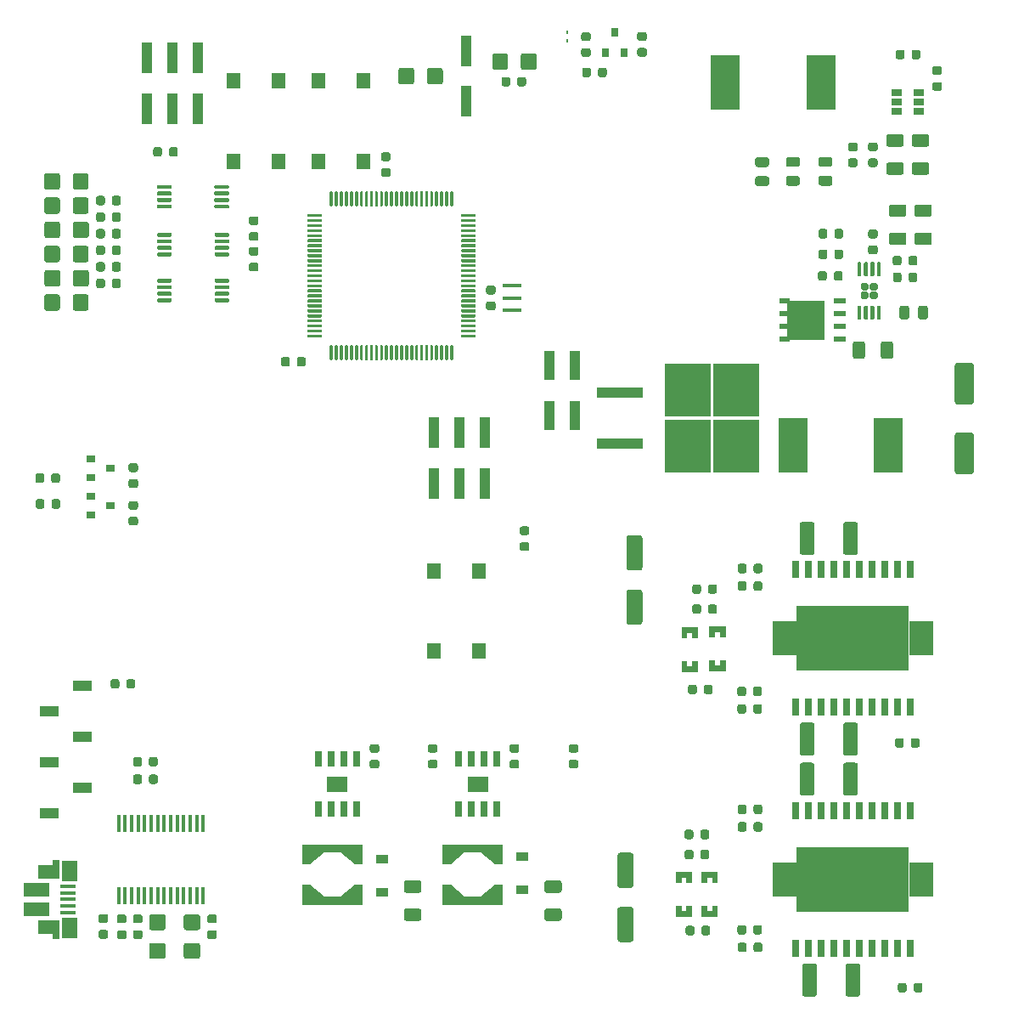
<source format=gbr>
G04 #@! TF.GenerationSoftware,KiCad,Pcbnew,5.99.0-unknown-1463dd1~101~ubuntu20.04.1*
G04 #@! TF.CreationDate,2020-07-08T00:09:35-04:00*
G04 #@! TF.ProjectId,goldhat,676f6c64-6861-4742-9e6b-696361645f70,rev?*
G04 #@! TF.SameCoordinates,Original*
G04 #@! TF.FileFunction,Paste,Top*
G04 #@! TF.FilePolarity,Positive*
%FSLAX46Y46*%
G04 Gerber Fmt 4.6, Leading zero omitted, Abs format (unit mm)*
G04 Created by KiCad (PCBNEW 5.99.0-unknown-1463dd1~101~ubuntu20.04.1) date 2020-07-08 00:09:35*
%MOMM*%
%LPD*%
G01*
G04 APERTURE LIST*
%ADD10R,1.200000X0.900000*%
%ADD11R,1.000000X3.000000*%
%ADD12R,1.000000X3.150000*%
%ADD13R,2.415000X3.400000*%
%ADD14R,0.700000X1.700000*%
%ADD15R,11.270000X6.400000*%
%ADD16R,4.600000X1.100000*%
%ADD17R,4.550000X5.250000*%
%ADD18R,1.900000X1.000000*%
%ADD19R,0.802000X1.505000*%
%ADD20R,2.101200X1.567800*%
%ADD21R,0.800000X0.900000*%
%ADD22R,0.900000X0.800000*%
%ADD23R,2.500000X1.430000*%
%ADD24R,1.650000X0.400000*%
%ADD25R,1.500000X2.000000*%
%ADD26R,0.700000X1.825000*%
%ADD27R,2.000000X1.350000*%
%ADD28R,0.250000X0.360000*%
%ADD29R,0.450000X1.750000*%
%ADD30R,1.400000X1.600000*%
%ADD31R,1.900000X0.400000*%
%ADD32R,3.000000X5.500000*%
%ADD33R,1.060000X0.650000*%
%ADD34R,3.810000X3.910000*%
%ADD35R,1.020000X0.610000*%
%ADD36R,1.270000X0.610000*%
G04 APERTURE END LIST*
D10*
X150038000Y-184710000D03*
X150038000Y-188010000D03*
X136068000Y-184964000D03*
X136068000Y-188264000D03*
G36*
G01*
X105203000Y-118013000D02*
X105203000Y-116863000D01*
G75*
G02*
X105453000Y-116613000I250000J0D01*
G01*
X106553000Y-116613000D01*
G75*
G02*
X106803000Y-116863000I0J-250000D01*
G01*
X106803000Y-118013000D01*
G75*
G02*
X106553000Y-118263000I-250000J0D01*
G01*
X105453000Y-118263000D01*
G75*
G02*
X105203000Y-118013000I0J250000D01*
G01*
G37*
G36*
G01*
X102353000Y-118013000D02*
X102353000Y-116863000D01*
G75*
G02*
X102603000Y-116613000I250000J0D01*
G01*
X103703000Y-116613000D01*
G75*
G02*
X103953000Y-116863000I0J-250000D01*
G01*
X103953000Y-118013000D01*
G75*
G02*
X103703000Y-118263000I-250000J0D01*
G01*
X102603000Y-118263000D01*
G75*
G02*
X102353000Y-118013000I0J250000D01*
G01*
G37*
G36*
G01*
X105203000Y-120426000D02*
X105203000Y-119276000D01*
G75*
G02*
X105453000Y-119026000I250000J0D01*
G01*
X106553000Y-119026000D01*
G75*
G02*
X106803000Y-119276000I0J-250000D01*
G01*
X106803000Y-120426000D01*
G75*
G02*
X106553000Y-120676000I-250000J0D01*
G01*
X105453000Y-120676000D01*
G75*
G02*
X105203000Y-120426000I0J250000D01*
G01*
G37*
G36*
G01*
X102353000Y-120426000D02*
X102353000Y-119276000D01*
G75*
G02*
X102603000Y-119026000I250000J0D01*
G01*
X103703000Y-119026000D01*
G75*
G02*
X103953000Y-119276000I0J-250000D01*
G01*
X103953000Y-120426000D01*
G75*
G02*
X103703000Y-120676000I-250000J0D01*
G01*
X102603000Y-120676000D01*
G75*
G02*
X102353000Y-120426000I0J250000D01*
G01*
G37*
G36*
G01*
X105219000Y-122839000D02*
X105219000Y-121689000D01*
G75*
G02*
X105469000Y-121439000I250000J0D01*
G01*
X106569000Y-121439000D01*
G75*
G02*
X106819000Y-121689000I0J-250000D01*
G01*
X106819000Y-122839000D01*
G75*
G02*
X106569000Y-123089000I-250000J0D01*
G01*
X105469000Y-123089000D01*
G75*
G02*
X105219000Y-122839000I0J250000D01*
G01*
G37*
G36*
G01*
X102369000Y-122839000D02*
X102369000Y-121689000D01*
G75*
G02*
X102619000Y-121439000I250000J0D01*
G01*
X103719000Y-121439000D01*
G75*
G02*
X103969000Y-121689000I0J-250000D01*
G01*
X103969000Y-122839000D01*
G75*
G02*
X103719000Y-123089000I-250000J0D01*
G01*
X102619000Y-123089000D01*
G75*
G02*
X102369000Y-122839000I0J250000D01*
G01*
G37*
G36*
G01*
X105203000Y-125252000D02*
X105203000Y-124102000D01*
G75*
G02*
X105453000Y-123852000I250000J0D01*
G01*
X106553000Y-123852000D01*
G75*
G02*
X106803000Y-124102000I0J-250000D01*
G01*
X106803000Y-125252000D01*
G75*
G02*
X106553000Y-125502000I-250000J0D01*
G01*
X105453000Y-125502000D01*
G75*
G02*
X105203000Y-125252000I0J250000D01*
G01*
G37*
G36*
G01*
X102353000Y-125252000D02*
X102353000Y-124102000D01*
G75*
G02*
X102603000Y-123852000I250000J0D01*
G01*
X103703000Y-123852000D01*
G75*
G02*
X103953000Y-124102000I0J-250000D01*
G01*
X103953000Y-125252000D01*
G75*
G02*
X103703000Y-125502000I-250000J0D01*
G01*
X102603000Y-125502000D01*
G75*
G02*
X102353000Y-125252000I0J250000D01*
G01*
G37*
G36*
G01*
X105231000Y-127665000D02*
X105231000Y-126515000D01*
G75*
G02*
X105481000Y-126265000I250000J0D01*
G01*
X106581000Y-126265000D01*
G75*
G02*
X106831000Y-126515000I0J-250000D01*
G01*
X106831000Y-127665000D01*
G75*
G02*
X106581000Y-127915000I-250000J0D01*
G01*
X105481000Y-127915000D01*
G75*
G02*
X105231000Y-127665000I0J250000D01*
G01*
G37*
G36*
G01*
X102381000Y-127665000D02*
X102381000Y-126515000D01*
G75*
G02*
X102631000Y-126265000I250000J0D01*
G01*
X103731000Y-126265000D01*
G75*
G02*
X103981000Y-126515000I0J-250000D01*
G01*
X103981000Y-127665000D01*
G75*
G02*
X103731000Y-127915000I-250000J0D01*
G01*
X102631000Y-127915000D01*
G75*
G02*
X102381000Y-127665000I0J250000D01*
G01*
G37*
G36*
G01*
X105203000Y-130078000D02*
X105203000Y-128928000D01*
G75*
G02*
X105453000Y-128678000I250000J0D01*
G01*
X106553000Y-128678000D01*
G75*
G02*
X106803000Y-128928000I0J-250000D01*
G01*
X106803000Y-130078000D01*
G75*
G02*
X106553000Y-130328000I-250000J0D01*
G01*
X105453000Y-130328000D01*
G75*
G02*
X105203000Y-130078000I0J250000D01*
G01*
G37*
G36*
G01*
X102353000Y-130078000D02*
X102353000Y-128928000D01*
G75*
G02*
X102603000Y-128678000I250000J0D01*
G01*
X103703000Y-128678000D01*
G75*
G02*
X103953000Y-128928000I0J-250000D01*
G01*
X103953000Y-130078000D01*
G75*
G02*
X103703000Y-130328000I-250000J0D01*
G01*
X102603000Y-130328000D01*
G75*
G02*
X102353000Y-130078000I0J250000D01*
G01*
G37*
G36*
G01*
X114225000Y-192050000D02*
X113075000Y-192050000D01*
G75*
G02*
X112825000Y-191800000I0J250000D01*
G01*
X112825000Y-190700000D01*
G75*
G02*
X113075000Y-190450000I250000J0D01*
G01*
X114225000Y-190450000D01*
G75*
G02*
X114475000Y-190700000I0J-250000D01*
G01*
X114475000Y-191800000D01*
G75*
G02*
X114225000Y-192050000I-250000J0D01*
G01*
G37*
G36*
G01*
X114225000Y-194900000D02*
X113075000Y-194900000D01*
G75*
G02*
X112825000Y-194650000I0J250000D01*
G01*
X112825000Y-193550000D01*
G75*
G02*
X113075000Y-193300000I250000J0D01*
G01*
X114225000Y-193300000D01*
G75*
G02*
X114475000Y-193550000I0J-250000D01*
G01*
X114475000Y-194650000D01*
G75*
G02*
X114225000Y-194900000I-250000J0D01*
G01*
G37*
G36*
G01*
X117675000Y-192050000D02*
X116525000Y-192050000D01*
G75*
G02*
X116275000Y-191800000I0J250000D01*
G01*
X116275000Y-190700000D01*
G75*
G02*
X116525000Y-190450000I250000J0D01*
G01*
X117675000Y-190450000D01*
G75*
G02*
X117925000Y-190700000I0J-250000D01*
G01*
X117925000Y-191800000D01*
G75*
G02*
X117675000Y-192050000I-250000J0D01*
G01*
G37*
G36*
G01*
X117675000Y-194900000D02*
X116525000Y-194900000D01*
G75*
G02*
X116275000Y-194650000I0J250000D01*
G01*
X116275000Y-193550000D01*
G75*
G02*
X116525000Y-193300000I250000J0D01*
G01*
X117675000Y-193300000D01*
G75*
G02*
X117925000Y-193550000I0J-250000D01*
G01*
X117925000Y-194650000D01*
G75*
G02*
X117675000Y-194900000I-250000J0D01*
G01*
G37*
G36*
G01*
X149875000Y-106075000D02*
X149875000Y-104925000D01*
G75*
G02*
X150125000Y-104675000I250000J0D01*
G01*
X151225000Y-104675000D01*
G75*
G02*
X151475000Y-104925000I0J-250000D01*
G01*
X151475000Y-106075000D01*
G75*
G02*
X151225000Y-106325000I-250000J0D01*
G01*
X150125000Y-106325000D01*
G75*
G02*
X149875000Y-106075000I0J250000D01*
G01*
G37*
G36*
G01*
X147025000Y-106075000D02*
X147025000Y-104925000D01*
G75*
G02*
X147275000Y-104675000I250000J0D01*
G01*
X148375000Y-104675000D01*
G75*
G02*
X148625000Y-104925000I0J-250000D01*
G01*
X148625000Y-106075000D01*
G75*
G02*
X148375000Y-106325000I-250000J0D01*
G01*
X147275000Y-106325000D01*
G75*
G02*
X147025000Y-106075000I0J250000D01*
G01*
G37*
G36*
G01*
X140518750Y-107521250D02*
X140518750Y-106371250D01*
G75*
G02*
X140768750Y-106121250I250000J0D01*
G01*
X141868750Y-106121250D01*
G75*
G02*
X142118750Y-106371250I0J-250000D01*
G01*
X142118750Y-107521250D01*
G75*
G02*
X141868750Y-107771250I-250000J0D01*
G01*
X140768750Y-107771250D01*
G75*
G02*
X140518750Y-107521250I0J250000D01*
G01*
G37*
G36*
G01*
X137668750Y-107521250D02*
X137668750Y-106371250D01*
G75*
G02*
X137918750Y-106121250I250000J0D01*
G01*
X139018750Y-106121250D01*
G75*
G02*
X139268750Y-106371250I0J-250000D01*
G01*
X139268750Y-107521250D01*
G75*
G02*
X139018750Y-107771250I-250000J0D01*
G01*
X137918750Y-107771250D01*
G75*
G02*
X137668750Y-107521250I0J250000D01*
G01*
G37*
G36*
G01*
X159775000Y-189723000D02*
X160875000Y-189723000D01*
G75*
G02*
X161125000Y-189973000I0J-250000D01*
G01*
X161125000Y-192973000D01*
G75*
G02*
X160875000Y-193223000I-250000J0D01*
G01*
X159775000Y-193223000D01*
G75*
G02*
X159525000Y-192973000I0J250000D01*
G01*
X159525000Y-189973000D01*
G75*
G02*
X159775000Y-189723000I250000J0D01*
G01*
G37*
G36*
G01*
X159775000Y-184323000D02*
X160875000Y-184323000D01*
G75*
G02*
X161125000Y-184573000I0J-250000D01*
G01*
X161125000Y-187573000D01*
G75*
G02*
X160875000Y-187823000I-250000J0D01*
G01*
X159775000Y-187823000D01*
G75*
G02*
X159525000Y-187573000I0J250000D01*
G01*
X159525000Y-184573000D01*
G75*
G02*
X159775000Y-184323000I250000J0D01*
G01*
G37*
G36*
G01*
X160664000Y-158100000D02*
X161764000Y-158100000D01*
G75*
G02*
X162014000Y-158350000I0J-250000D01*
G01*
X162014000Y-161350000D01*
G75*
G02*
X161764000Y-161600000I-250000J0D01*
G01*
X160664000Y-161600000D01*
G75*
G02*
X160414000Y-161350000I0J250000D01*
G01*
X160414000Y-158350000D01*
G75*
G02*
X160664000Y-158100000I250000J0D01*
G01*
G37*
G36*
G01*
X160664000Y-152700000D02*
X161764000Y-152700000D01*
G75*
G02*
X162014000Y-152950000I0J-250000D01*
G01*
X162014000Y-155950000D01*
G75*
G02*
X161764000Y-156200000I-250000J0D01*
G01*
X160664000Y-156200000D01*
G75*
G02*
X160414000Y-155950000I0J250000D01*
G01*
X160414000Y-152950000D01*
G75*
G02*
X160664000Y-152700000I250000J0D01*
G01*
G37*
D11*
X152770000Y-135750000D03*
X152770000Y-140790000D03*
X155310000Y-135750000D03*
X155310000Y-140790000D03*
G36*
G01*
X115094500Y-124607000D02*
X115094500Y-124807000D01*
G75*
G02*
X114994500Y-124907000I-100000J0D01*
G01*
X113719500Y-124907000D01*
G75*
G02*
X113619500Y-124807000I0J100000D01*
G01*
X113619500Y-124607000D01*
G75*
G02*
X113719500Y-124507000I100000J0D01*
G01*
X114994500Y-124507000D01*
G75*
G02*
X115094500Y-124607000I0J-100000D01*
G01*
G37*
G36*
G01*
X115094500Y-123957000D02*
X115094500Y-124157000D01*
G75*
G02*
X114994500Y-124257000I-100000J0D01*
G01*
X113719500Y-124257000D01*
G75*
G02*
X113619500Y-124157000I0J100000D01*
G01*
X113619500Y-123957000D01*
G75*
G02*
X113719500Y-123857000I100000J0D01*
G01*
X114994500Y-123857000D01*
G75*
G02*
X115094500Y-123957000I0J-100000D01*
G01*
G37*
G36*
G01*
X115094500Y-123307000D02*
X115094500Y-123507000D01*
G75*
G02*
X114994500Y-123607000I-100000J0D01*
G01*
X113719500Y-123607000D01*
G75*
G02*
X113619500Y-123507000I0J100000D01*
G01*
X113619500Y-123307000D01*
G75*
G02*
X113719500Y-123207000I100000J0D01*
G01*
X114994500Y-123207000D01*
G75*
G02*
X115094500Y-123307000I0J-100000D01*
G01*
G37*
G36*
G01*
X115094500Y-122657000D02*
X115094500Y-122857000D01*
G75*
G02*
X114994500Y-122957000I-100000J0D01*
G01*
X113719500Y-122957000D01*
G75*
G02*
X113619500Y-122857000I0J100000D01*
G01*
X113619500Y-122657000D01*
G75*
G02*
X113719500Y-122557000I100000J0D01*
G01*
X114994500Y-122557000D01*
G75*
G02*
X115094500Y-122657000I0J-100000D01*
G01*
G37*
G36*
G01*
X120819500Y-122657000D02*
X120819500Y-122857000D01*
G75*
G02*
X120719500Y-122957000I-100000J0D01*
G01*
X119444500Y-122957000D01*
G75*
G02*
X119344500Y-122857000I0J100000D01*
G01*
X119344500Y-122657000D01*
G75*
G02*
X119444500Y-122557000I100000J0D01*
G01*
X120719500Y-122557000D01*
G75*
G02*
X120819500Y-122657000I0J-100000D01*
G01*
G37*
G36*
G01*
X120819500Y-123307000D02*
X120819500Y-123507000D01*
G75*
G02*
X120719500Y-123607000I-100000J0D01*
G01*
X119444500Y-123607000D01*
G75*
G02*
X119344500Y-123507000I0J100000D01*
G01*
X119344500Y-123307000D01*
G75*
G02*
X119444500Y-123207000I100000J0D01*
G01*
X120719500Y-123207000D01*
G75*
G02*
X120819500Y-123307000I0J-100000D01*
G01*
G37*
G36*
G01*
X120819500Y-123957000D02*
X120819500Y-124157000D01*
G75*
G02*
X120719500Y-124257000I-100000J0D01*
G01*
X119444500Y-124257000D01*
G75*
G02*
X119344500Y-124157000I0J100000D01*
G01*
X119344500Y-123957000D01*
G75*
G02*
X119444500Y-123857000I100000J0D01*
G01*
X120719500Y-123857000D01*
G75*
G02*
X120819500Y-123957000I0J-100000D01*
G01*
G37*
G36*
G01*
X120819500Y-124607000D02*
X120819500Y-124807000D01*
G75*
G02*
X120719500Y-124907000I-100000J0D01*
G01*
X119444500Y-124907000D01*
G75*
G02*
X119344500Y-124807000I0J100000D01*
G01*
X119344500Y-124607000D01*
G75*
G02*
X119444500Y-124507000I100000J0D01*
G01*
X120719500Y-124507000D01*
G75*
G02*
X120819500Y-124607000I0J-100000D01*
G01*
G37*
D12*
X112628750Y-110171250D03*
X112628750Y-105121250D03*
X115168750Y-110171250D03*
X115168750Y-105121250D03*
X117708750Y-110171250D03*
X117708750Y-105121250D03*
G36*
G01*
X130000000Y-132987500D02*
X128675000Y-132987500D01*
G75*
G02*
X128600000Y-132912500I0J75000D01*
G01*
X128600000Y-132762500D01*
G75*
G02*
X128675000Y-132687500I75000J0D01*
G01*
X130000000Y-132687500D01*
G75*
G02*
X130075000Y-132762500I0J-75000D01*
G01*
X130075000Y-132912500D01*
G75*
G02*
X130000000Y-132987500I-75000J0D01*
G01*
G37*
G36*
G01*
X130000000Y-132487500D02*
X128675000Y-132487500D01*
G75*
G02*
X128600000Y-132412500I0J75000D01*
G01*
X128600000Y-132262500D01*
G75*
G02*
X128675000Y-132187500I75000J0D01*
G01*
X130000000Y-132187500D01*
G75*
G02*
X130075000Y-132262500I0J-75000D01*
G01*
X130075000Y-132412500D01*
G75*
G02*
X130000000Y-132487500I-75000J0D01*
G01*
G37*
G36*
G01*
X130000000Y-131987500D02*
X128675000Y-131987500D01*
G75*
G02*
X128600000Y-131912500I0J75000D01*
G01*
X128600000Y-131762500D01*
G75*
G02*
X128675000Y-131687500I75000J0D01*
G01*
X130000000Y-131687500D01*
G75*
G02*
X130075000Y-131762500I0J-75000D01*
G01*
X130075000Y-131912500D01*
G75*
G02*
X130000000Y-131987500I-75000J0D01*
G01*
G37*
G36*
G01*
X130000000Y-131487500D02*
X128675000Y-131487500D01*
G75*
G02*
X128600000Y-131412500I0J75000D01*
G01*
X128600000Y-131262500D01*
G75*
G02*
X128675000Y-131187500I75000J0D01*
G01*
X130000000Y-131187500D01*
G75*
G02*
X130075000Y-131262500I0J-75000D01*
G01*
X130075000Y-131412500D01*
G75*
G02*
X130000000Y-131487500I-75000J0D01*
G01*
G37*
G36*
G01*
X130000000Y-130987500D02*
X128675000Y-130987500D01*
G75*
G02*
X128600000Y-130912500I0J75000D01*
G01*
X128600000Y-130762500D01*
G75*
G02*
X128675000Y-130687500I75000J0D01*
G01*
X130000000Y-130687500D01*
G75*
G02*
X130075000Y-130762500I0J-75000D01*
G01*
X130075000Y-130912500D01*
G75*
G02*
X130000000Y-130987500I-75000J0D01*
G01*
G37*
G36*
G01*
X130000000Y-130487500D02*
X128675000Y-130487500D01*
G75*
G02*
X128600000Y-130412500I0J75000D01*
G01*
X128600000Y-130262500D01*
G75*
G02*
X128675000Y-130187500I75000J0D01*
G01*
X130000000Y-130187500D01*
G75*
G02*
X130075000Y-130262500I0J-75000D01*
G01*
X130075000Y-130412500D01*
G75*
G02*
X130000000Y-130487500I-75000J0D01*
G01*
G37*
G36*
G01*
X130000000Y-129987500D02*
X128675000Y-129987500D01*
G75*
G02*
X128600000Y-129912500I0J75000D01*
G01*
X128600000Y-129762500D01*
G75*
G02*
X128675000Y-129687500I75000J0D01*
G01*
X130000000Y-129687500D01*
G75*
G02*
X130075000Y-129762500I0J-75000D01*
G01*
X130075000Y-129912500D01*
G75*
G02*
X130000000Y-129987500I-75000J0D01*
G01*
G37*
G36*
G01*
X130000000Y-129487500D02*
X128675000Y-129487500D01*
G75*
G02*
X128600000Y-129412500I0J75000D01*
G01*
X128600000Y-129262500D01*
G75*
G02*
X128675000Y-129187500I75000J0D01*
G01*
X130000000Y-129187500D01*
G75*
G02*
X130075000Y-129262500I0J-75000D01*
G01*
X130075000Y-129412500D01*
G75*
G02*
X130000000Y-129487500I-75000J0D01*
G01*
G37*
G36*
G01*
X130000000Y-128987500D02*
X128675000Y-128987500D01*
G75*
G02*
X128600000Y-128912500I0J75000D01*
G01*
X128600000Y-128762500D01*
G75*
G02*
X128675000Y-128687500I75000J0D01*
G01*
X130000000Y-128687500D01*
G75*
G02*
X130075000Y-128762500I0J-75000D01*
G01*
X130075000Y-128912500D01*
G75*
G02*
X130000000Y-128987500I-75000J0D01*
G01*
G37*
G36*
G01*
X130000000Y-128487500D02*
X128675000Y-128487500D01*
G75*
G02*
X128600000Y-128412500I0J75000D01*
G01*
X128600000Y-128262500D01*
G75*
G02*
X128675000Y-128187500I75000J0D01*
G01*
X130000000Y-128187500D01*
G75*
G02*
X130075000Y-128262500I0J-75000D01*
G01*
X130075000Y-128412500D01*
G75*
G02*
X130000000Y-128487500I-75000J0D01*
G01*
G37*
G36*
G01*
X130000000Y-127987500D02*
X128675000Y-127987500D01*
G75*
G02*
X128600000Y-127912500I0J75000D01*
G01*
X128600000Y-127762500D01*
G75*
G02*
X128675000Y-127687500I75000J0D01*
G01*
X130000000Y-127687500D01*
G75*
G02*
X130075000Y-127762500I0J-75000D01*
G01*
X130075000Y-127912500D01*
G75*
G02*
X130000000Y-127987500I-75000J0D01*
G01*
G37*
G36*
G01*
X130000000Y-127487500D02*
X128675000Y-127487500D01*
G75*
G02*
X128600000Y-127412500I0J75000D01*
G01*
X128600000Y-127262500D01*
G75*
G02*
X128675000Y-127187500I75000J0D01*
G01*
X130000000Y-127187500D01*
G75*
G02*
X130075000Y-127262500I0J-75000D01*
G01*
X130075000Y-127412500D01*
G75*
G02*
X130000000Y-127487500I-75000J0D01*
G01*
G37*
G36*
G01*
X130000000Y-126987500D02*
X128675000Y-126987500D01*
G75*
G02*
X128600000Y-126912500I0J75000D01*
G01*
X128600000Y-126762500D01*
G75*
G02*
X128675000Y-126687500I75000J0D01*
G01*
X130000000Y-126687500D01*
G75*
G02*
X130075000Y-126762500I0J-75000D01*
G01*
X130075000Y-126912500D01*
G75*
G02*
X130000000Y-126987500I-75000J0D01*
G01*
G37*
G36*
G01*
X130000000Y-126487500D02*
X128675000Y-126487500D01*
G75*
G02*
X128600000Y-126412500I0J75000D01*
G01*
X128600000Y-126262500D01*
G75*
G02*
X128675000Y-126187500I75000J0D01*
G01*
X130000000Y-126187500D01*
G75*
G02*
X130075000Y-126262500I0J-75000D01*
G01*
X130075000Y-126412500D01*
G75*
G02*
X130000000Y-126487500I-75000J0D01*
G01*
G37*
G36*
G01*
X130000000Y-125987500D02*
X128675000Y-125987500D01*
G75*
G02*
X128600000Y-125912500I0J75000D01*
G01*
X128600000Y-125762500D01*
G75*
G02*
X128675000Y-125687500I75000J0D01*
G01*
X130000000Y-125687500D01*
G75*
G02*
X130075000Y-125762500I0J-75000D01*
G01*
X130075000Y-125912500D01*
G75*
G02*
X130000000Y-125987500I-75000J0D01*
G01*
G37*
G36*
G01*
X130000000Y-125487500D02*
X128675000Y-125487500D01*
G75*
G02*
X128600000Y-125412500I0J75000D01*
G01*
X128600000Y-125262500D01*
G75*
G02*
X128675000Y-125187500I75000J0D01*
G01*
X130000000Y-125187500D01*
G75*
G02*
X130075000Y-125262500I0J-75000D01*
G01*
X130075000Y-125412500D01*
G75*
G02*
X130000000Y-125487500I-75000J0D01*
G01*
G37*
G36*
G01*
X130000000Y-124987500D02*
X128675000Y-124987500D01*
G75*
G02*
X128600000Y-124912500I0J75000D01*
G01*
X128600000Y-124762500D01*
G75*
G02*
X128675000Y-124687500I75000J0D01*
G01*
X130000000Y-124687500D01*
G75*
G02*
X130075000Y-124762500I0J-75000D01*
G01*
X130075000Y-124912500D01*
G75*
G02*
X130000000Y-124987500I-75000J0D01*
G01*
G37*
G36*
G01*
X130000000Y-124487500D02*
X128675000Y-124487500D01*
G75*
G02*
X128600000Y-124412500I0J75000D01*
G01*
X128600000Y-124262500D01*
G75*
G02*
X128675000Y-124187500I75000J0D01*
G01*
X130000000Y-124187500D01*
G75*
G02*
X130075000Y-124262500I0J-75000D01*
G01*
X130075000Y-124412500D01*
G75*
G02*
X130000000Y-124487500I-75000J0D01*
G01*
G37*
G36*
G01*
X130000000Y-123987500D02*
X128675000Y-123987500D01*
G75*
G02*
X128600000Y-123912500I0J75000D01*
G01*
X128600000Y-123762500D01*
G75*
G02*
X128675000Y-123687500I75000J0D01*
G01*
X130000000Y-123687500D01*
G75*
G02*
X130075000Y-123762500I0J-75000D01*
G01*
X130075000Y-123912500D01*
G75*
G02*
X130000000Y-123987500I-75000J0D01*
G01*
G37*
G36*
G01*
X130000000Y-123487500D02*
X128675000Y-123487500D01*
G75*
G02*
X128600000Y-123412500I0J75000D01*
G01*
X128600000Y-123262500D01*
G75*
G02*
X128675000Y-123187500I75000J0D01*
G01*
X130000000Y-123187500D01*
G75*
G02*
X130075000Y-123262500I0J-75000D01*
G01*
X130075000Y-123412500D01*
G75*
G02*
X130000000Y-123487500I-75000J0D01*
G01*
G37*
G36*
G01*
X130000000Y-122987500D02*
X128675000Y-122987500D01*
G75*
G02*
X128600000Y-122912500I0J75000D01*
G01*
X128600000Y-122762500D01*
G75*
G02*
X128675000Y-122687500I75000J0D01*
G01*
X130000000Y-122687500D01*
G75*
G02*
X130075000Y-122762500I0J-75000D01*
G01*
X130075000Y-122912500D01*
G75*
G02*
X130000000Y-122987500I-75000J0D01*
G01*
G37*
G36*
G01*
X130000000Y-122487500D02*
X128675000Y-122487500D01*
G75*
G02*
X128600000Y-122412500I0J75000D01*
G01*
X128600000Y-122262500D01*
G75*
G02*
X128675000Y-122187500I75000J0D01*
G01*
X130000000Y-122187500D01*
G75*
G02*
X130075000Y-122262500I0J-75000D01*
G01*
X130075000Y-122412500D01*
G75*
G02*
X130000000Y-122487500I-75000J0D01*
G01*
G37*
G36*
G01*
X130000000Y-121987500D02*
X128675000Y-121987500D01*
G75*
G02*
X128600000Y-121912500I0J75000D01*
G01*
X128600000Y-121762500D01*
G75*
G02*
X128675000Y-121687500I75000J0D01*
G01*
X130000000Y-121687500D01*
G75*
G02*
X130075000Y-121762500I0J-75000D01*
G01*
X130075000Y-121912500D01*
G75*
G02*
X130000000Y-121987500I-75000J0D01*
G01*
G37*
G36*
G01*
X130000000Y-121487500D02*
X128675000Y-121487500D01*
G75*
G02*
X128600000Y-121412500I0J75000D01*
G01*
X128600000Y-121262500D01*
G75*
G02*
X128675000Y-121187500I75000J0D01*
G01*
X130000000Y-121187500D01*
G75*
G02*
X130075000Y-121262500I0J-75000D01*
G01*
X130075000Y-121412500D01*
G75*
G02*
X130000000Y-121487500I-75000J0D01*
G01*
G37*
G36*
G01*
X130000000Y-120987500D02*
X128675000Y-120987500D01*
G75*
G02*
X128600000Y-120912500I0J75000D01*
G01*
X128600000Y-120762500D01*
G75*
G02*
X128675000Y-120687500I75000J0D01*
G01*
X130000000Y-120687500D01*
G75*
G02*
X130075000Y-120762500I0J-75000D01*
G01*
X130075000Y-120912500D01*
G75*
G02*
X130000000Y-120987500I-75000J0D01*
G01*
G37*
G36*
G01*
X131075000Y-119912500D02*
X130925000Y-119912500D01*
G75*
G02*
X130850000Y-119837500I0J75000D01*
G01*
X130850000Y-118512500D01*
G75*
G02*
X130925000Y-118437500I75000J0D01*
G01*
X131075000Y-118437500D01*
G75*
G02*
X131150000Y-118512500I0J-75000D01*
G01*
X131150000Y-119837500D01*
G75*
G02*
X131075000Y-119912500I-75000J0D01*
G01*
G37*
G36*
G01*
X131575000Y-119912500D02*
X131425000Y-119912500D01*
G75*
G02*
X131350000Y-119837500I0J75000D01*
G01*
X131350000Y-118512500D01*
G75*
G02*
X131425000Y-118437500I75000J0D01*
G01*
X131575000Y-118437500D01*
G75*
G02*
X131650000Y-118512500I0J-75000D01*
G01*
X131650000Y-119837500D01*
G75*
G02*
X131575000Y-119912500I-75000J0D01*
G01*
G37*
G36*
G01*
X132075000Y-119912500D02*
X131925000Y-119912500D01*
G75*
G02*
X131850000Y-119837500I0J75000D01*
G01*
X131850000Y-118512500D01*
G75*
G02*
X131925000Y-118437500I75000J0D01*
G01*
X132075000Y-118437500D01*
G75*
G02*
X132150000Y-118512500I0J-75000D01*
G01*
X132150000Y-119837500D01*
G75*
G02*
X132075000Y-119912500I-75000J0D01*
G01*
G37*
G36*
G01*
X132575000Y-119912500D02*
X132425000Y-119912500D01*
G75*
G02*
X132350000Y-119837500I0J75000D01*
G01*
X132350000Y-118512500D01*
G75*
G02*
X132425000Y-118437500I75000J0D01*
G01*
X132575000Y-118437500D01*
G75*
G02*
X132650000Y-118512500I0J-75000D01*
G01*
X132650000Y-119837500D01*
G75*
G02*
X132575000Y-119912500I-75000J0D01*
G01*
G37*
G36*
G01*
X133075000Y-119912500D02*
X132925000Y-119912500D01*
G75*
G02*
X132850000Y-119837500I0J75000D01*
G01*
X132850000Y-118512500D01*
G75*
G02*
X132925000Y-118437500I75000J0D01*
G01*
X133075000Y-118437500D01*
G75*
G02*
X133150000Y-118512500I0J-75000D01*
G01*
X133150000Y-119837500D01*
G75*
G02*
X133075000Y-119912500I-75000J0D01*
G01*
G37*
G36*
G01*
X133575000Y-119912500D02*
X133425000Y-119912500D01*
G75*
G02*
X133350000Y-119837500I0J75000D01*
G01*
X133350000Y-118512500D01*
G75*
G02*
X133425000Y-118437500I75000J0D01*
G01*
X133575000Y-118437500D01*
G75*
G02*
X133650000Y-118512500I0J-75000D01*
G01*
X133650000Y-119837500D01*
G75*
G02*
X133575000Y-119912500I-75000J0D01*
G01*
G37*
G36*
G01*
X134075000Y-119912500D02*
X133925000Y-119912500D01*
G75*
G02*
X133850000Y-119837500I0J75000D01*
G01*
X133850000Y-118512500D01*
G75*
G02*
X133925000Y-118437500I75000J0D01*
G01*
X134075000Y-118437500D01*
G75*
G02*
X134150000Y-118512500I0J-75000D01*
G01*
X134150000Y-119837500D01*
G75*
G02*
X134075000Y-119912500I-75000J0D01*
G01*
G37*
G36*
G01*
X134575000Y-119912500D02*
X134425000Y-119912500D01*
G75*
G02*
X134350000Y-119837500I0J75000D01*
G01*
X134350000Y-118512500D01*
G75*
G02*
X134425000Y-118437500I75000J0D01*
G01*
X134575000Y-118437500D01*
G75*
G02*
X134650000Y-118512500I0J-75000D01*
G01*
X134650000Y-119837500D01*
G75*
G02*
X134575000Y-119912500I-75000J0D01*
G01*
G37*
G36*
G01*
X135075000Y-119912500D02*
X134925000Y-119912500D01*
G75*
G02*
X134850000Y-119837500I0J75000D01*
G01*
X134850000Y-118512500D01*
G75*
G02*
X134925000Y-118437500I75000J0D01*
G01*
X135075000Y-118437500D01*
G75*
G02*
X135150000Y-118512500I0J-75000D01*
G01*
X135150000Y-119837500D01*
G75*
G02*
X135075000Y-119912500I-75000J0D01*
G01*
G37*
G36*
G01*
X135575000Y-119912500D02*
X135425000Y-119912500D01*
G75*
G02*
X135350000Y-119837500I0J75000D01*
G01*
X135350000Y-118512500D01*
G75*
G02*
X135425000Y-118437500I75000J0D01*
G01*
X135575000Y-118437500D01*
G75*
G02*
X135650000Y-118512500I0J-75000D01*
G01*
X135650000Y-119837500D01*
G75*
G02*
X135575000Y-119912500I-75000J0D01*
G01*
G37*
G36*
G01*
X136075000Y-119912500D02*
X135925000Y-119912500D01*
G75*
G02*
X135850000Y-119837500I0J75000D01*
G01*
X135850000Y-118512500D01*
G75*
G02*
X135925000Y-118437500I75000J0D01*
G01*
X136075000Y-118437500D01*
G75*
G02*
X136150000Y-118512500I0J-75000D01*
G01*
X136150000Y-119837500D01*
G75*
G02*
X136075000Y-119912500I-75000J0D01*
G01*
G37*
G36*
G01*
X136575000Y-119912500D02*
X136425000Y-119912500D01*
G75*
G02*
X136350000Y-119837500I0J75000D01*
G01*
X136350000Y-118512500D01*
G75*
G02*
X136425000Y-118437500I75000J0D01*
G01*
X136575000Y-118437500D01*
G75*
G02*
X136650000Y-118512500I0J-75000D01*
G01*
X136650000Y-119837500D01*
G75*
G02*
X136575000Y-119912500I-75000J0D01*
G01*
G37*
G36*
G01*
X137075000Y-119912500D02*
X136925000Y-119912500D01*
G75*
G02*
X136850000Y-119837500I0J75000D01*
G01*
X136850000Y-118512500D01*
G75*
G02*
X136925000Y-118437500I75000J0D01*
G01*
X137075000Y-118437500D01*
G75*
G02*
X137150000Y-118512500I0J-75000D01*
G01*
X137150000Y-119837500D01*
G75*
G02*
X137075000Y-119912500I-75000J0D01*
G01*
G37*
G36*
G01*
X137575000Y-119912500D02*
X137425000Y-119912500D01*
G75*
G02*
X137350000Y-119837500I0J75000D01*
G01*
X137350000Y-118512500D01*
G75*
G02*
X137425000Y-118437500I75000J0D01*
G01*
X137575000Y-118437500D01*
G75*
G02*
X137650000Y-118512500I0J-75000D01*
G01*
X137650000Y-119837500D01*
G75*
G02*
X137575000Y-119912500I-75000J0D01*
G01*
G37*
G36*
G01*
X138075000Y-119912500D02*
X137925000Y-119912500D01*
G75*
G02*
X137850000Y-119837500I0J75000D01*
G01*
X137850000Y-118512500D01*
G75*
G02*
X137925000Y-118437500I75000J0D01*
G01*
X138075000Y-118437500D01*
G75*
G02*
X138150000Y-118512500I0J-75000D01*
G01*
X138150000Y-119837500D01*
G75*
G02*
X138075000Y-119912500I-75000J0D01*
G01*
G37*
G36*
G01*
X138575000Y-119912500D02*
X138425000Y-119912500D01*
G75*
G02*
X138350000Y-119837500I0J75000D01*
G01*
X138350000Y-118512500D01*
G75*
G02*
X138425000Y-118437500I75000J0D01*
G01*
X138575000Y-118437500D01*
G75*
G02*
X138650000Y-118512500I0J-75000D01*
G01*
X138650000Y-119837500D01*
G75*
G02*
X138575000Y-119912500I-75000J0D01*
G01*
G37*
G36*
G01*
X139075000Y-119912500D02*
X138925000Y-119912500D01*
G75*
G02*
X138850000Y-119837500I0J75000D01*
G01*
X138850000Y-118512500D01*
G75*
G02*
X138925000Y-118437500I75000J0D01*
G01*
X139075000Y-118437500D01*
G75*
G02*
X139150000Y-118512500I0J-75000D01*
G01*
X139150000Y-119837500D01*
G75*
G02*
X139075000Y-119912500I-75000J0D01*
G01*
G37*
G36*
G01*
X139575000Y-119912500D02*
X139425000Y-119912500D01*
G75*
G02*
X139350000Y-119837500I0J75000D01*
G01*
X139350000Y-118512500D01*
G75*
G02*
X139425000Y-118437500I75000J0D01*
G01*
X139575000Y-118437500D01*
G75*
G02*
X139650000Y-118512500I0J-75000D01*
G01*
X139650000Y-119837500D01*
G75*
G02*
X139575000Y-119912500I-75000J0D01*
G01*
G37*
G36*
G01*
X140075000Y-119912500D02*
X139925000Y-119912500D01*
G75*
G02*
X139850000Y-119837500I0J75000D01*
G01*
X139850000Y-118512500D01*
G75*
G02*
X139925000Y-118437500I75000J0D01*
G01*
X140075000Y-118437500D01*
G75*
G02*
X140150000Y-118512500I0J-75000D01*
G01*
X140150000Y-119837500D01*
G75*
G02*
X140075000Y-119912500I-75000J0D01*
G01*
G37*
G36*
G01*
X140575000Y-119912500D02*
X140425000Y-119912500D01*
G75*
G02*
X140350000Y-119837500I0J75000D01*
G01*
X140350000Y-118512500D01*
G75*
G02*
X140425000Y-118437500I75000J0D01*
G01*
X140575000Y-118437500D01*
G75*
G02*
X140650000Y-118512500I0J-75000D01*
G01*
X140650000Y-119837500D01*
G75*
G02*
X140575000Y-119912500I-75000J0D01*
G01*
G37*
G36*
G01*
X141075000Y-119912500D02*
X140925000Y-119912500D01*
G75*
G02*
X140850000Y-119837500I0J75000D01*
G01*
X140850000Y-118512500D01*
G75*
G02*
X140925000Y-118437500I75000J0D01*
G01*
X141075000Y-118437500D01*
G75*
G02*
X141150000Y-118512500I0J-75000D01*
G01*
X141150000Y-119837500D01*
G75*
G02*
X141075000Y-119912500I-75000J0D01*
G01*
G37*
G36*
G01*
X141575000Y-119912500D02*
X141425000Y-119912500D01*
G75*
G02*
X141350000Y-119837500I0J75000D01*
G01*
X141350000Y-118512500D01*
G75*
G02*
X141425000Y-118437500I75000J0D01*
G01*
X141575000Y-118437500D01*
G75*
G02*
X141650000Y-118512500I0J-75000D01*
G01*
X141650000Y-119837500D01*
G75*
G02*
X141575000Y-119912500I-75000J0D01*
G01*
G37*
G36*
G01*
X142075000Y-119912500D02*
X141925000Y-119912500D01*
G75*
G02*
X141850000Y-119837500I0J75000D01*
G01*
X141850000Y-118512500D01*
G75*
G02*
X141925000Y-118437500I75000J0D01*
G01*
X142075000Y-118437500D01*
G75*
G02*
X142150000Y-118512500I0J-75000D01*
G01*
X142150000Y-119837500D01*
G75*
G02*
X142075000Y-119912500I-75000J0D01*
G01*
G37*
G36*
G01*
X142575000Y-119912500D02*
X142425000Y-119912500D01*
G75*
G02*
X142350000Y-119837500I0J75000D01*
G01*
X142350000Y-118512500D01*
G75*
G02*
X142425000Y-118437500I75000J0D01*
G01*
X142575000Y-118437500D01*
G75*
G02*
X142650000Y-118512500I0J-75000D01*
G01*
X142650000Y-119837500D01*
G75*
G02*
X142575000Y-119912500I-75000J0D01*
G01*
G37*
G36*
G01*
X143075000Y-119912500D02*
X142925000Y-119912500D01*
G75*
G02*
X142850000Y-119837500I0J75000D01*
G01*
X142850000Y-118512500D01*
G75*
G02*
X142925000Y-118437500I75000J0D01*
G01*
X143075000Y-118437500D01*
G75*
G02*
X143150000Y-118512500I0J-75000D01*
G01*
X143150000Y-119837500D01*
G75*
G02*
X143075000Y-119912500I-75000J0D01*
G01*
G37*
G36*
G01*
X145325000Y-120987500D02*
X144000000Y-120987500D01*
G75*
G02*
X143925000Y-120912500I0J75000D01*
G01*
X143925000Y-120762500D01*
G75*
G02*
X144000000Y-120687500I75000J0D01*
G01*
X145325000Y-120687500D01*
G75*
G02*
X145400000Y-120762500I0J-75000D01*
G01*
X145400000Y-120912500D01*
G75*
G02*
X145325000Y-120987500I-75000J0D01*
G01*
G37*
G36*
G01*
X145325000Y-121487500D02*
X144000000Y-121487500D01*
G75*
G02*
X143925000Y-121412500I0J75000D01*
G01*
X143925000Y-121262500D01*
G75*
G02*
X144000000Y-121187500I75000J0D01*
G01*
X145325000Y-121187500D01*
G75*
G02*
X145400000Y-121262500I0J-75000D01*
G01*
X145400000Y-121412500D01*
G75*
G02*
X145325000Y-121487500I-75000J0D01*
G01*
G37*
G36*
G01*
X145325000Y-121987500D02*
X144000000Y-121987500D01*
G75*
G02*
X143925000Y-121912500I0J75000D01*
G01*
X143925000Y-121762500D01*
G75*
G02*
X144000000Y-121687500I75000J0D01*
G01*
X145325000Y-121687500D01*
G75*
G02*
X145400000Y-121762500I0J-75000D01*
G01*
X145400000Y-121912500D01*
G75*
G02*
X145325000Y-121987500I-75000J0D01*
G01*
G37*
G36*
G01*
X145325000Y-122487500D02*
X144000000Y-122487500D01*
G75*
G02*
X143925000Y-122412500I0J75000D01*
G01*
X143925000Y-122262500D01*
G75*
G02*
X144000000Y-122187500I75000J0D01*
G01*
X145325000Y-122187500D01*
G75*
G02*
X145400000Y-122262500I0J-75000D01*
G01*
X145400000Y-122412500D01*
G75*
G02*
X145325000Y-122487500I-75000J0D01*
G01*
G37*
G36*
G01*
X145325000Y-122987500D02*
X144000000Y-122987500D01*
G75*
G02*
X143925000Y-122912500I0J75000D01*
G01*
X143925000Y-122762500D01*
G75*
G02*
X144000000Y-122687500I75000J0D01*
G01*
X145325000Y-122687500D01*
G75*
G02*
X145400000Y-122762500I0J-75000D01*
G01*
X145400000Y-122912500D01*
G75*
G02*
X145325000Y-122987500I-75000J0D01*
G01*
G37*
G36*
G01*
X145325000Y-123487500D02*
X144000000Y-123487500D01*
G75*
G02*
X143925000Y-123412500I0J75000D01*
G01*
X143925000Y-123262500D01*
G75*
G02*
X144000000Y-123187500I75000J0D01*
G01*
X145325000Y-123187500D01*
G75*
G02*
X145400000Y-123262500I0J-75000D01*
G01*
X145400000Y-123412500D01*
G75*
G02*
X145325000Y-123487500I-75000J0D01*
G01*
G37*
G36*
G01*
X145325000Y-123987500D02*
X144000000Y-123987500D01*
G75*
G02*
X143925000Y-123912500I0J75000D01*
G01*
X143925000Y-123762500D01*
G75*
G02*
X144000000Y-123687500I75000J0D01*
G01*
X145325000Y-123687500D01*
G75*
G02*
X145400000Y-123762500I0J-75000D01*
G01*
X145400000Y-123912500D01*
G75*
G02*
X145325000Y-123987500I-75000J0D01*
G01*
G37*
G36*
G01*
X145325000Y-124487500D02*
X144000000Y-124487500D01*
G75*
G02*
X143925000Y-124412500I0J75000D01*
G01*
X143925000Y-124262500D01*
G75*
G02*
X144000000Y-124187500I75000J0D01*
G01*
X145325000Y-124187500D01*
G75*
G02*
X145400000Y-124262500I0J-75000D01*
G01*
X145400000Y-124412500D01*
G75*
G02*
X145325000Y-124487500I-75000J0D01*
G01*
G37*
G36*
G01*
X145325000Y-124987500D02*
X144000000Y-124987500D01*
G75*
G02*
X143925000Y-124912500I0J75000D01*
G01*
X143925000Y-124762500D01*
G75*
G02*
X144000000Y-124687500I75000J0D01*
G01*
X145325000Y-124687500D01*
G75*
G02*
X145400000Y-124762500I0J-75000D01*
G01*
X145400000Y-124912500D01*
G75*
G02*
X145325000Y-124987500I-75000J0D01*
G01*
G37*
G36*
G01*
X145325000Y-125487500D02*
X144000000Y-125487500D01*
G75*
G02*
X143925000Y-125412500I0J75000D01*
G01*
X143925000Y-125262500D01*
G75*
G02*
X144000000Y-125187500I75000J0D01*
G01*
X145325000Y-125187500D01*
G75*
G02*
X145400000Y-125262500I0J-75000D01*
G01*
X145400000Y-125412500D01*
G75*
G02*
X145325000Y-125487500I-75000J0D01*
G01*
G37*
G36*
G01*
X145325000Y-125987500D02*
X144000000Y-125987500D01*
G75*
G02*
X143925000Y-125912500I0J75000D01*
G01*
X143925000Y-125762500D01*
G75*
G02*
X144000000Y-125687500I75000J0D01*
G01*
X145325000Y-125687500D01*
G75*
G02*
X145400000Y-125762500I0J-75000D01*
G01*
X145400000Y-125912500D01*
G75*
G02*
X145325000Y-125987500I-75000J0D01*
G01*
G37*
G36*
G01*
X145325000Y-126487500D02*
X144000000Y-126487500D01*
G75*
G02*
X143925000Y-126412500I0J75000D01*
G01*
X143925000Y-126262500D01*
G75*
G02*
X144000000Y-126187500I75000J0D01*
G01*
X145325000Y-126187500D01*
G75*
G02*
X145400000Y-126262500I0J-75000D01*
G01*
X145400000Y-126412500D01*
G75*
G02*
X145325000Y-126487500I-75000J0D01*
G01*
G37*
G36*
G01*
X145325000Y-126987500D02*
X144000000Y-126987500D01*
G75*
G02*
X143925000Y-126912500I0J75000D01*
G01*
X143925000Y-126762500D01*
G75*
G02*
X144000000Y-126687500I75000J0D01*
G01*
X145325000Y-126687500D01*
G75*
G02*
X145400000Y-126762500I0J-75000D01*
G01*
X145400000Y-126912500D01*
G75*
G02*
X145325000Y-126987500I-75000J0D01*
G01*
G37*
G36*
G01*
X145325000Y-127487500D02*
X144000000Y-127487500D01*
G75*
G02*
X143925000Y-127412500I0J75000D01*
G01*
X143925000Y-127262500D01*
G75*
G02*
X144000000Y-127187500I75000J0D01*
G01*
X145325000Y-127187500D01*
G75*
G02*
X145400000Y-127262500I0J-75000D01*
G01*
X145400000Y-127412500D01*
G75*
G02*
X145325000Y-127487500I-75000J0D01*
G01*
G37*
G36*
G01*
X145325000Y-127987500D02*
X144000000Y-127987500D01*
G75*
G02*
X143925000Y-127912500I0J75000D01*
G01*
X143925000Y-127762500D01*
G75*
G02*
X144000000Y-127687500I75000J0D01*
G01*
X145325000Y-127687500D01*
G75*
G02*
X145400000Y-127762500I0J-75000D01*
G01*
X145400000Y-127912500D01*
G75*
G02*
X145325000Y-127987500I-75000J0D01*
G01*
G37*
G36*
G01*
X145325000Y-128487500D02*
X144000000Y-128487500D01*
G75*
G02*
X143925000Y-128412500I0J75000D01*
G01*
X143925000Y-128262500D01*
G75*
G02*
X144000000Y-128187500I75000J0D01*
G01*
X145325000Y-128187500D01*
G75*
G02*
X145400000Y-128262500I0J-75000D01*
G01*
X145400000Y-128412500D01*
G75*
G02*
X145325000Y-128487500I-75000J0D01*
G01*
G37*
G36*
G01*
X145325000Y-128987500D02*
X144000000Y-128987500D01*
G75*
G02*
X143925000Y-128912500I0J75000D01*
G01*
X143925000Y-128762500D01*
G75*
G02*
X144000000Y-128687500I75000J0D01*
G01*
X145325000Y-128687500D01*
G75*
G02*
X145400000Y-128762500I0J-75000D01*
G01*
X145400000Y-128912500D01*
G75*
G02*
X145325000Y-128987500I-75000J0D01*
G01*
G37*
G36*
G01*
X145325000Y-129487500D02*
X144000000Y-129487500D01*
G75*
G02*
X143925000Y-129412500I0J75000D01*
G01*
X143925000Y-129262500D01*
G75*
G02*
X144000000Y-129187500I75000J0D01*
G01*
X145325000Y-129187500D01*
G75*
G02*
X145400000Y-129262500I0J-75000D01*
G01*
X145400000Y-129412500D01*
G75*
G02*
X145325000Y-129487500I-75000J0D01*
G01*
G37*
G36*
G01*
X145325000Y-129987500D02*
X144000000Y-129987500D01*
G75*
G02*
X143925000Y-129912500I0J75000D01*
G01*
X143925000Y-129762500D01*
G75*
G02*
X144000000Y-129687500I75000J0D01*
G01*
X145325000Y-129687500D01*
G75*
G02*
X145400000Y-129762500I0J-75000D01*
G01*
X145400000Y-129912500D01*
G75*
G02*
X145325000Y-129987500I-75000J0D01*
G01*
G37*
G36*
G01*
X145325000Y-130487500D02*
X144000000Y-130487500D01*
G75*
G02*
X143925000Y-130412500I0J75000D01*
G01*
X143925000Y-130262500D01*
G75*
G02*
X144000000Y-130187500I75000J0D01*
G01*
X145325000Y-130187500D01*
G75*
G02*
X145400000Y-130262500I0J-75000D01*
G01*
X145400000Y-130412500D01*
G75*
G02*
X145325000Y-130487500I-75000J0D01*
G01*
G37*
G36*
G01*
X145325000Y-130987500D02*
X144000000Y-130987500D01*
G75*
G02*
X143925000Y-130912500I0J75000D01*
G01*
X143925000Y-130762500D01*
G75*
G02*
X144000000Y-130687500I75000J0D01*
G01*
X145325000Y-130687500D01*
G75*
G02*
X145400000Y-130762500I0J-75000D01*
G01*
X145400000Y-130912500D01*
G75*
G02*
X145325000Y-130987500I-75000J0D01*
G01*
G37*
G36*
G01*
X145325000Y-131487500D02*
X144000000Y-131487500D01*
G75*
G02*
X143925000Y-131412500I0J75000D01*
G01*
X143925000Y-131262500D01*
G75*
G02*
X144000000Y-131187500I75000J0D01*
G01*
X145325000Y-131187500D01*
G75*
G02*
X145400000Y-131262500I0J-75000D01*
G01*
X145400000Y-131412500D01*
G75*
G02*
X145325000Y-131487500I-75000J0D01*
G01*
G37*
G36*
G01*
X145325000Y-131987500D02*
X144000000Y-131987500D01*
G75*
G02*
X143925000Y-131912500I0J75000D01*
G01*
X143925000Y-131762500D01*
G75*
G02*
X144000000Y-131687500I75000J0D01*
G01*
X145325000Y-131687500D01*
G75*
G02*
X145400000Y-131762500I0J-75000D01*
G01*
X145400000Y-131912500D01*
G75*
G02*
X145325000Y-131987500I-75000J0D01*
G01*
G37*
G36*
G01*
X145325000Y-132487500D02*
X144000000Y-132487500D01*
G75*
G02*
X143925000Y-132412500I0J75000D01*
G01*
X143925000Y-132262500D01*
G75*
G02*
X144000000Y-132187500I75000J0D01*
G01*
X145325000Y-132187500D01*
G75*
G02*
X145400000Y-132262500I0J-75000D01*
G01*
X145400000Y-132412500D01*
G75*
G02*
X145325000Y-132487500I-75000J0D01*
G01*
G37*
G36*
G01*
X145325000Y-132987500D02*
X144000000Y-132987500D01*
G75*
G02*
X143925000Y-132912500I0J75000D01*
G01*
X143925000Y-132762500D01*
G75*
G02*
X144000000Y-132687500I75000J0D01*
G01*
X145325000Y-132687500D01*
G75*
G02*
X145400000Y-132762500I0J-75000D01*
G01*
X145400000Y-132912500D01*
G75*
G02*
X145325000Y-132987500I-75000J0D01*
G01*
G37*
G36*
G01*
X143075000Y-135237500D02*
X142925000Y-135237500D01*
G75*
G02*
X142850000Y-135162500I0J75000D01*
G01*
X142850000Y-133837500D01*
G75*
G02*
X142925000Y-133762500I75000J0D01*
G01*
X143075000Y-133762500D01*
G75*
G02*
X143150000Y-133837500I0J-75000D01*
G01*
X143150000Y-135162500D01*
G75*
G02*
X143075000Y-135237500I-75000J0D01*
G01*
G37*
G36*
G01*
X142575000Y-135237500D02*
X142425000Y-135237500D01*
G75*
G02*
X142350000Y-135162500I0J75000D01*
G01*
X142350000Y-133837500D01*
G75*
G02*
X142425000Y-133762500I75000J0D01*
G01*
X142575000Y-133762500D01*
G75*
G02*
X142650000Y-133837500I0J-75000D01*
G01*
X142650000Y-135162500D01*
G75*
G02*
X142575000Y-135237500I-75000J0D01*
G01*
G37*
G36*
G01*
X142075000Y-135237500D02*
X141925000Y-135237500D01*
G75*
G02*
X141850000Y-135162500I0J75000D01*
G01*
X141850000Y-133837500D01*
G75*
G02*
X141925000Y-133762500I75000J0D01*
G01*
X142075000Y-133762500D01*
G75*
G02*
X142150000Y-133837500I0J-75000D01*
G01*
X142150000Y-135162500D01*
G75*
G02*
X142075000Y-135237500I-75000J0D01*
G01*
G37*
G36*
G01*
X141575000Y-135237500D02*
X141425000Y-135237500D01*
G75*
G02*
X141350000Y-135162500I0J75000D01*
G01*
X141350000Y-133837500D01*
G75*
G02*
X141425000Y-133762500I75000J0D01*
G01*
X141575000Y-133762500D01*
G75*
G02*
X141650000Y-133837500I0J-75000D01*
G01*
X141650000Y-135162500D01*
G75*
G02*
X141575000Y-135237500I-75000J0D01*
G01*
G37*
G36*
G01*
X141075000Y-135237500D02*
X140925000Y-135237500D01*
G75*
G02*
X140850000Y-135162500I0J75000D01*
G01*
X140850000Y-133837500D01*
G75*
G02*
X140925000Y-133762500I75000J0D01*
G01*
X141075000Y-133762500D01*
G75*
G02*
X141150000Y-133837500I0J-75000D01*
G01*
X141150000Y-135162500D01*
G75*
G02*
X141075000Y-135237500I-75000J0D01*
G01*
G37*
G36*
G01*
X140575000Y-135237500D02*
X140425000Y-135237500D01*
G75*
G02*
X140350000Y-135162500I0J75000D01*
G01*
X140350000Y-133837500D01*
G75*
G02*
X140425000Y-133762500I75000J0D01*
G01*
X140575000Y-133762500D01*
G75*
G02*
X140650000Y-133837500I0J-75000D01*
G01*
X140650000Y-135162500D01*
G75*
G02*
X140575000Y-135237500I-75000J0D01*
G01*
G37*
G36*
G01*
X140075000Y-135237500D02*
X139925000Y-135237500D01*
G75*
G02*
X139850000Y-135162500I0J75000D01*
G01*
X139850000Y-133837500D01*
G75*
G02*
X139925000Y-133762500I75000J0D01*
G01*
X140075000Y-133762500D01*
G75*
G02*
X140150000Y-133837500I0J-75000D01*
G01*
X140150000Y-135162500D01*
G75*
G02*
X140075000Y-135237500I-75000J0D01*
G01*
G37*
G36*
G01*
X139575000Y-135237500D02*
X139425000Y-135237500D01*
G75*
G02*
X139350000Y-135162500I0J75000D01*
G01*
X139350000Y-133837500D01*
G75*
G02*
X139425000Y-133762500I75000J0D01*
G01*
X139575000Y-133762500D01*
G75*
G02*
X139650000Y-133837500I0J-75000D01*
G01*
X139650000Y-135162500D01*
G75*
G02*
X139575000Y-135237500I-75000J0D01*
G01*
G37*
G36*
G01*
X139075000Y-135237500D02*
X138925000Y-135237500D01*
G75*
G02*
X138850000Y-135162500I0J75000D01*
G01*
X138850000Y-133837500D01*
G75*
G02*
X138925000Y-133762500I75000J0D01*
G01*
X139075000Y-133762500D01*
G75*
G02*
X139150000Y-133837500I0J-75000D01*
G01*
X139150000Y-135162500D01*
G75*
G02*
X139075000Y-135237500I-75000J0D01*
G01*
G37*
G36*
G01*
X138575000Y-135237500D02*
X138425000Y-135237500D01*
G75*
G02*
X138350000Y-135162500I0J75000D01*
G01*
X138350000Y-133837500D01*
G75*
G02*
X138425000Y-133762500I75000J0D01*
G01*
X138575000Y-133762500D01*
G75*
G02*
X138650000Y-133837500I0J-75000D01*
G01*
X138650000Y-135162500D01*
G75*
G02*
X138575000Y-135237500I-75000J0D01*
G01*
G37*
G36*
G01*
X138075000Y-135237500D02*
X137925000Y-135237500D01*
G75*
G02*
X137850000Y-135162500I0J75000D01*
G01*
X137850000Y-133837500D01*
G75*
G02*
X137925000Y-133762500I75000J0D01*
G01*
X138075000Y-133762500D01*
G75*
G02*
X138150000Y-133837500I0J-75000D01*
G01*
X138150000Y-135162500D01*
G75*
G02*
X138075000Y-135237500I-75000J0D01*
G01*
G37*
G36*
G01*
X137575000Y-135237500D02*
X137425000Y-135237500D01*
G75*
G02*
X137350000Y-135162500I0J75000D01*
G01*
X137350000Y-133837500D01*
G75*
G02*
X137425000Y-133762500I75000J0D01*
G01*
X137575000Y-133762500D01*
G75*
G02*
X137650000Y-133837500I0J-75000D01*
G01*
X137650000Y-135162500D01*
G75*
G02*
X137575000Y-135237500I-75000J0D01*
G01*
G37*
G36*
G01*
X137075000Y-135237500D02*
X136925000Y-135237500D01*
G75*
G02*
X136850000Y-135162500I0J75000D01*
G01*
X136850000Y-133837500D01*
G75*
G02*
X136925000Y-133762500I75000J0D01*
G01*
X137075000Y-133762500D01*
G75*
G02*
X137150000Y-133837500I0J-75000D01*
G01*
X137150000Y-135162500D01*
G75*
G02*
X137075000Y-135237500I-75000J0D01*
G01*
G37*
G36*
G01*
X136575000Y-135237500D02*
X136425000Y-135237500D01*
G75*
G02*
X136350000Y-135162500I0J75000D01*
G01*
X136350000Y-133837500D01*
G75*
G02*
X136425000Y-133762500I75000J0D01*
G01*
X136575000Y-133762500D01*
G75*
G02*
X136650000Y-133837500I0J-75000D01*
G01*
X136650000Y-135162500D01*
G75*
G02*
X136575000Y-135237500I-75000J0D01*
G01*
G37*
G36*
G01*
X136075000Y-135237500D02*
X135925000Y-135237500D01*
G75*
G02*
X135850000Y-135162500I0J75000D01*
G01*
X135850000Y-133837500D01*
G75*
G02*
X135925000Y-133762500I75000J0D01*
G01*
X136075000Y-133762500D01*
G75*
G02*
X136150000Y-133837500I0J-75000D01*
G01*
X136150000Y-135162500D01*
G75*
G02*
X136075000Y-135237500I-75000J0D01*
G01*
G37*
G36*
G01*
X135575000Y-135237500D02*
X135425000Y-135237500D01*
G75*
G02*
X135350000Y-135162500I0J75000D01*
G01*
X135350000Y-133837500D01*
G75*
G02*
X135425000Y-133762500I75000J0D01*
G01*
X135575000Y-133762500D01*
G75*
G02*
X135650000Y-133837500I0J-75000D01*
G01*
X135650000Y-135162500D01*
G75*
G02*
X135575000Y-135237500I-75000J0D01*
G01*
G37*
G36*
G01*
X135075000Y-135237500D02*
X134925000Y-135237500D01*
G75*
G02*
X134850000Y-135162500I0J75000D01*
G01*
X134850000Y-133837500D01*
G75*
G02*
X134925000Y-133762500I75000J0D01*
G01*
X135075000Y-133762500D01*
G75*
G02*
X135150000Y-133837500I0J-75000D01*
G01*
X135150000Y-135162500D01*
G75*
G02*
X135075000Y-135237500I-75000J0D01*
G01*
G37*
G36*
G01*
X134575000Y-135237500D02*
X134425000Y-135237500D01*
G75*
G02*
X134350000Y-135162500I0J75000D01*
G01*
X134350000Y-133837500D01*
G75*
G02*
X134425000Y-133762500I75000J0D01*
G01*
X134575000Y-133762500D01*
G75*
G02*
X134650000Y-133837500I0J-75000D01*
G01*
X134650000Y-135162500D01*
G75*
G02*
X134575000Y-135237500I-75000J0D01*
G01*
G37*
G36*
G01*
X134075000Y-135237500D02*
X133925000Y-135237500D01*
G75*
G02*
X133850000Y-135162500I0J75000D01*
G01*
X133850000Y-133837500D01*
G75*
G02*
X133925000Y-133762500I75000J0D01*
G01*
X134075000Y-133762500D01*
G75*
G02*
X134150000Y-133837500I0J-75000D01*
G01*
X134150000Y-135162500D01*
G75*
G02*
X134075000Y-135237500I-75000J0D01*
G01*
G37*
G36*
G01*
X133575000Y-135237500D02*
X133425000Y-135237500D01*
G75*
G02*
X133350000Y-135162500I0J75000D01*
G01*
X133350000Y-133837500D01*
G75*
G02*
X133425000Y-133762500I75000J0D01*
G01*
X133575000Y-133762500D01*
G75*
G02*
X133650000Y-133837500I0J-75000D01*
G01*
X133650000Y-135162500D01*
G75*
G02*
X133575000Y-135237500I-75000J0D01*
G01*
G37*
G36*
G01*
X133075000Y-135237500D02*
X132925000Y-135237500D01*
G75*
G02*
X132850000Y-135162500I0J75000D01*
G01*
X132850000Y-133837500D01*
G75*
G02*
X132925000Y-133762500I75000J0D01*
G01*
X133075000Y-133762500D01*
G75*
G02*
X133150000Y-133837500I0J-75000D01*
G01*
X133150000Y-135162500D01*
G75*
G02*
X133075000Y-135237500I-75000J0D01*
G01*
G37*
G36*
G01*
X132575000Y-135237500D02*
X132425000Y-135237500D01*
G75*
G02*
X132350000Y-135162500I0J75000D01*
G01*
X132350000Y-133837500D01*
G75*
G02*
X132425000Y-133762500I75000J0D01*
G01*
X132575000Y-133762500D01*
G75*
G02*
X132650000Y-133837500I0J-75000D01*
G01*
X132650000Y-135162500D01*
G75*
G02*
X132575000Y-135237500I-75000J0D01*
G01*
G37*
G36*
G01*
X132075000Y-135237500D02*
X131925000Y-135237500D01*
G75*
G02*
X131850000Y-135162500I0J75000D01*
G01*
X131850000Y-133837500D01*
G75*
G02*
X131925000Y-133762500I75000J0D01*
G01*
X132075000Y-133762500D01*
G75*
G02*
X132150000Y-133837500I0J-75000D01*
G01*
X132150000Y-135162500D01*
G75*
G02*
X132075000Y-135237500I-75000J0D01*
G01*
G37*
G36*
G01*
X131575000Y-135237500D02*
X131425000Y-135237500D01*
G75*
G02*
X131350000Y-135162500I0J75000D01*
G01*
X131350000Y-133837500D01*
G75*
G02*
X131425000Y-133762500I75000J0D01*
G01*
X131575000Y-133762500D01*
G75*
G02*
X131650000Y-133837500I0J-75000D01*
G01*
X131650000Y-135162500D01*
G75*
G02*
X131575000Y-135237500I-75000J0D01*
G01*
G37*
G36*
G01*
X131075000Y-135237500D02*
X130925000Y-135237500D01*
G75*
G02*
X130850000Y-135162500I0J75000D01*
G01*
X130850000Y-133837500D01*
G75*
G02*
X130925000Y-133762500I75000J0D01*
G01*
X131075000Y-133762500D01*
G75*
G02*
X131150000Y-133837500I0J-75000D01*
G01*
X131150000Y-135162500D01*
G75*
G02*
X131075000Y-135237500I-75000J0D01*
G01*
G37*
D13*
X176157500Y-187000000D03*
X189842500Y-187000000D03*
D14*
X188715000Y-193850000D03*
X187445000Y-193850000D03*
X186175000Y-193850000D03*
X184905000Y-193850000D03*
X183635000Y-193850000D03*
X182365000Y-193850000D03*
X181095000Y-193850000D03*
X179825000Y-193850000D03*
X178555000Y-193850000D03*
X177285000Y-193850000D03*
X177285000Y-180150000D03*
X178555000Y-180150000D03*
X179825000Y-180150000D03*
X181095000Y-180150000D03*
X182365000Y-180150000D03*
X183635000Y-180150000D03*
X184905000Y-180150000D03*
X186175000Y-180150000D03*
X187445000Y-180150000D03*
D15*
X183000000Y-187000000D03*
D14*
X188715000Y-180150000D03*
D13*
X176157500Y-162977070D03*
X189842500Y-162977070D03*
D14*
X188715000Y-169827070D03*
X187445000Y-169827070D03*
X186175000Y-169827070D03*
X184905000Y-169827070D03*
X183635000Y-169827070D03*
X182365000Y-169827070D03*
X181095000Y-169827070D03*
X179825000Y-169827070D03*
X178555000Y-169827070D03*
X177285000Y-169827070D03*
X177285000Y-156127070D03*
X178555000Y-156127070D03*
X179825000Y-156127070D03*
X181095000Y-156127070D03*
X182365000Y-156127070D03*
X183635000Y-156127070D03*
X184905000Y-156127070D03*
X186175000Y-156127070D03*
X187445000Y-156127070D03*
D15*
X183000000Y-162977070D03*
D14*
X188715000Y-156127070D03*
G36*
G01*
X185256250Y-123112500D02*
X184743750Y-123112500D01*
G75*
G02*
X184525000Y-122893750I0J218750D01*
G01*
X184525000Y-122456250D01*
G75*
G02*
X184743750Y-122237500I218750J0D01*
G01*
X185256250Y-122237500D01*
G75*
G02*
X185475000Y-122456250I0J-218750D01*
G01*
X185475000Y-122893750D01*
G75*
G02*
X185256250Y-123112500I-218750J0D01*
G01*
G37*
G36*
G01*
X185256250Y-124687500D02*
X184743750Y-124687500D01*
G75*
G02*
X184525000Y-124468750I0J218750D01*
G01*
X184525000Y-124031250D01*
G75*
G02*
X184743750Y-123812500I218750J0D01*
G01*
X185256250Y-123812500D01*
G75*
G02*
X185475000Y-124031250I0J-218750D01*
G01*
X185475000Y-124468750D01*
G75*
G02*
X185256250Y-124687500I-218750J0D01*
G01*
G37*
D12*
X144468750Y-109471250D03*
X144468750Y-104421250D03*
G36*
G01*
X126862500Y-135143750D02*
X126862500Y-135656250D01*
G75*
G02*
X126643750Y-135875000I-218750J0D01*
G01*
X126206250Y-135875000D01*
G75*
G02*
X125987500Y-135656250I0J218750D01*
G01*
X125987500Y-135143750D01*
G75*
G02*
X126206250Y-134925000I218750J0D01*
G01*
X126643750Y-134925000D01*
G75*
G02*
X126862500Y-135143750I0J-218750D01*
G01*
G37*
G36*
G01*
X128437500Y-135143750D02*
X128437500Y-135656250D01*
G75*
G02*
X128218750Y-135875000I-218750J0D01*
G01*
X127781250Y-135875000D01*
G75*
G02*
X127562500Y-135656250I0J218750D01*
G01*
X127562500Y-135143750D01*
G75*
G02*
X127781250Y-134925000I218750J0D01*
G01*
X128218750Y-134925000D01*
G75*
G02*
X128437500Y-135143750I0J-218750D01*
G01*
G37*
D16*
X159775000Y-138460000D03*
X159775000Y-143540000D03*
D17*
X171350000Y-143775000D03*
X166500000Y-138225000D03*
X171350000Y-138225000D03*
X166500000Y-143775000D03*
G36*
G01*
X136168750Y-116112500D02*
X136681250Y-116112500D01*
G75*
G02*
X136900000Y-116331250I0J-218750D01*
G01*
X136900000Y-116768750D01*
G75*
G02*
X136681250Y-116987500I-218750J0D01*
G01*
X136168750Y-116987500D01*
G75*
G02*
X135950000Y-116768750I0J218750D01*
G01*
X135950000Y-116331250D01*
G75*
G02*
X136168750Y-116112500I218750J0D01*
G01*
G37*
G36*
G01*
X136168750Y-114537500D02*
X136681250Y-114537500D01*
G75*
G02*
X136900000Y-114756250I0J-218750D01*
G01*
X136900000Y-115193750D01*
G75*
G02*
X136681250Y-115412500I-218750J0D01*
G01*
X136168750Y-115412500D01*
G75*
G02*
X135950000Y-115193750I0J218750D01*
G01*
X135950000Y-114756250D01*
G75*
G02*
X136168750Y-114537500I218750J0D01*
G01*
G37*
G36*
X144310001Y-188712500D02*
G01*
X145890000Y-188712501D01*
X147310000Y-187500001D01*
X148100000Y-187500001D01*
X148100000Y-189500000D01*
X142100000Y-189499999D01*
X142100000Y-187500000D01*
X142890000Y-187500000D01*
X144310001Y-188712500D01*
G37*
G36*
X148100000Y-185500000D02*
G01*
X147310000Y-185500000D01*
X145890000Y-184287500D01*
X144310000Y-184287500D01*
X142890000Y-185500000D01*
X142100000Y-185500000D01*
X142100000Y-183500000D01*
X148100000Y-183500000D01*
X148100000Y-185500000D01*
G37*
G36*
X130310001Y-188712500D02*
G01*
X131890000Y-188712501D01*
X133310000Y-187500001D01*
X134100000Y-187500001D01*
X134100000Y-189500000D01*
X128100000Y-189499999D01*
X128100000Y-187500000D01*
X128890000Y-187500000D01*
X130310001Y-188712500D01*
G37*
G36*
X134100000Y-185500000D02*
G01*
X133310000Y-185500000D01*
X131890000Y-184287500D01*
X130310000Y-184287500D01*
X128890000Y-185500000D01*
X128100000Y-185500000D01*
X128100000Y-183500000D01*
X134100000Y-183500000D01*
X134100000Y-185500000D01*
G37*
D18*
X106150000Y-177810000D03*
X106150000Y-172730000D03*
X106150000Y-167650000D03*
X102850000Y-180350000D03*
X102850000Y-175270000D03*
X102850000Y-170190000D03*
G36*
G01*
X115078500Y-119839000D02*
X115078500Y-120039000D01*
G75*
G02*
X114978500Y-120139000I-100000J0D01*
G01*
X113703500Y-120139000D01*
G75*
G02*
X113603500Y-120039000I0J100000D01*
G01*
X113603500Y-119839000D01*
G75*
G02*
X113703500Y-119739000I100000J0D01*
G01*
X114978500Y-119739000D01*
G75*
G02*
X115078500Y-119839000I0J-100000D01*
G01*
G37*
G36*
G01*
X115078500Y-119189000D02*
X115078500Y-119389000D01*
G75*
G02*
X114978500Y-119489000I-100000J0D01*
G01*
X113703500Y-119489000D01*
G75*
G02*
X113603500Y-119389000I0J100000D01*
G01*
X113603500Y-119189000D01*
G75*
G02*
X113703500Y-119089000I100000J0D01*
G01*
X114978500Y-119089000D01*
G75*
G02*
X115078500Y-119189000I0J-100000D01*
G01*
G37*
G36*
G01*
X115078500Y-118539000D02*
X115078500Y-118739000D01*
G75*
G02*
X114978500Y-118839000I-100000J0D01*
G01*
X113703500Y-118839000D01*
G75*
G02*
X113603500Y-118739000I0J100000D01*
G01*
X113603500Y-118539000D01*
G75*
G02*
X113703500Y-118439000I100000J0D01*
G01*
X114978500Y-118439000D01*
G75*
G02*
X115078500Y-118539000I0J-100000D01*
G01*
G37*
G36*
G01*
X115078500Y-117889000D02*
X115078500Y-118089000D01*
G75*
G02*
X114978500Y-118189000I-100000J0D01*
G01*
X113703500Y-118189000D01*
G75*
G02*
X113603500Y-118089000I0J100000D01*
G01*
X113603500Y-117889000D01*
G75*
G02*
X113703500Y-117789000I100000J0D01*
G01*
X114978500Y-117789000D01*
G75*
G02*
X115078500Y-117889000I0J-100000D01*
G01*
G37*
G36*
G01*
X120803500Y-117889000D02*
X120803500Y-118089000D01*
G75*
G02*
X120703500Y-118189000I-100000J0D01*
G01*
X119428500Y-118189000D01*
G75*
G02*
X119328500Y-118089000I0J100000D01*
G01*
X119328500Y-117889000D01*
G75*
G02*
X119428500Y-117789000I100000J0D01*
G01*
X120703500Y-117789000D01*
G75*
G02*
X120803500Y-117889000I0J-100000D01*
G01*
G37*
G36*
G01*
X120803500Y-118539000D02*
X120803500Y-118739000D01*
G75*
G02*
X120703500Y-118839000I-100000J0D01*
G01*
X119428500Y-118839000D01*
G75*
G02*
X119328500Y-118739000I0J100000D01*
G01*
X119328500Y-118539000D01*
G75*
G02*
X119428500Y-118439000I100000J0D01*
G01*
X120703500Y-118439000D01*
G75*
G02*
X120803500Y-118539000I0J-100000D01*
G01*
G37*
G36*
G01*
X120803500Y-119189000D02*
X120803500Y-119389000D01*
G75*
G02*
X120703500Y-119489000I-100000J0D01*
G01*
X119428500Y-119489000D01*
G75*
G02*
X119328500Y-119389000I0J100000D01*
G01*
X119328500Y-119189000D01*
G75*
G02*
X119428500Y-119089000I100000J0D01*
G01*
X120703500Y-119089000D01*
G75*
G02*
X120803500Y-119189000I0J-100000D01*
G01*
G37*
G36*
G01*
X120803500Y-119839000D02*
X120803500Y-120039000D01*
G75*
G02*
X120703500Y-120139000I-100000J0D01*
G01*
X119428500Y-120139000D01*
G75*
G02*
X119328500Y-120039000I0J100000D01*
G01*
X119328500Y-119839000D01*
G75*
G02*
X119428500Y-119739000I100000J0D01*
G01*
X120703500Y-119739000D01*
G75*
G02*
X120803500Y-119839000I0J-100000D01*
G01*
G37*
G36*
G01*
X115094500Y-129179000D02*
X115094500Y-129379000D01*
G75*
G02*
X114994500Y-129479000I-100000J0D01*
G01*
X113719500Y-129479000D01*
G75*
G02*
X113619500Y-129379000I0J100000D01*
G01*
X113619500Y-129179000D01*
G75*
G02*
X113719500Y-129079000I100000J0D01*
G01*
X114994500Y-129079000D01*
G75*
G02*
X115094500Y-129179000I0J-100000D01*
G01*
G37*
G36*
G01*
X115094500Y-128529000D02*
X115094500Y-128729000D01*
G75*
G02*
X114994500Y-128829000I-100000J0D01*
G01*
X113719500Y-128829000D01*
G75*
G02*
X113619500Y-128729000I0J100000D01*
G01*
X113619500Y-128529000D01*
G75*
G02*
X113719500Y-128429000I100000J0D01*
G01*
X114994500Y-128429000D01*
G75*
G02*
X115094500Y-128529000I0J-100000D01*
G01*
G37*
G36*
G01*
X115094500Y-127879000D02*
X115094500Y-128079000D01*
G75*
G02*
X114994500Y-128179000I-100000J0D01*
G01*
X113719500Y-128179000D01*
G75*
G02*
X113619500Y-128079000I0J100000D01*
G01*
X113619500Y-127879000D01*
G75*
G02*
X113719500Y-127779000I100000J0D01*
G01*
X114994500Y-127779000D01*
G75*
G02*
X115094500Y-127879000I0J-100000D01*
G01*
G37*
G36*
G01*
X115094500Y-127229000D02*
X115094500Y-127429000D01*
G75*
G02*
X114994500Y-127529000I-100000J0D01*
G01*
X113719500Y-127529000D01*
G75*
G02*
X113619500Y-127429000I0J100000D01*
G01*
X113619500Y-127229000D01*
G75*
G02*
X113719500Y-127129000I100000J0D01*
G01*
X114994500Y-127129000D01*
G75*
G02*
X115094500Y-127229000I0J-100000D01*
G01*
G37*
G36*
G01*
X120819500Y-127229000D02*
X120819500Y-127429000D01*
G75*
G02*
X120719500Y-127529000I-100000J0D01*
G01*
X119444500Y-127529000D01*
G75*
G02*
X119344500Y-127429000I0J100000D01*
G01*
X119344500Y-127229000D01*
G75*
G02*
X119444500Y-127129000I100000J0D01*
G01*
X120719500Y-127129000D01*
G75*
G02*
X120819500Y-127229000I0J-100000D01*
G01*
G37*
G36*
G01*
X120819500Y-127879000D02*
X120819500Y-128079000D01*
G75*
G02*
X120719500Y-128179000I-100000J0D01*
G01*
X119444500Y-128179000D01*
G75*
G02*
X119344500Y-128079000I0J100000D01*
G01*
X119344500Y-127879000D01*
G75*
G02*
X119444500Y-127779000I100000J0D01*
G01*
X120719500Y-127779000D01*
G75*
G02*
X120819500Y-127879000I0J-100000D01*
G01*
G37*
G36*
G01*
X120819500Y-128529000D02*
X120819500Y-128729000D01*
G75*
G02*
X120719500Y-128829000I-100000J0D01*
G01*
X119444500Y-128829000D01*
G75*
G02*
X119344500Y-128729000I0J100000D01*
G01*
X119344500Y-128529000D01*
G75*
G02*
X119444500Y-128429000I100000J0D01*
G01*
X120719500Y-128429000D01*
G75*
G02*
X120819500Y-128529000I0J-100000D01*
G01*
G37*
G36*
G01*
X120819500Y-129179000D02*
X120819500Y-129379000D01*
G75*
G02*
X120719500Y-129479000I-100000J0D01*
G01*
X119444500Y-129479000D01*
G75*
G02*
X119344500Y-129379000I0J100000D01*
G01*
X119344500Y-129179000D01*
G75*
G02*
X119444500Y-129079000I100000J0D01*
G01*
X120719500Y-129079000D01*
G75*
G02*
X120819500Y-129179000I0J-100000D01*
G01*
G37*
D19*
X147505000Y-175002500D03*
X146235000Y-175002500D03*
X144965000Y-175002500D03*
X143695000Y-175002500D03*
X143695000Y-179997500D03*
X144965000Y-179997500D03*
X146235000Y-179997500D03*
X147505000Y-179997500D03*
D20*
X145600000Y-177500000D03*
D19*
X133505000Y-175002500D03*
X132235000Y-175002500D03*
X130965000Y-175002500D03*
X129695000Y-175002500D03*
X129695000Y-179997500D03*
X130965000Y-179997500D03*
X132235000Y-179997500D03*
X133505000Y-179997500D03*
D20*
X131600000Y-177500000D03*
G36*
G01*
X108419000Y-119086750D02*
X108419000Y-119599250D01*
G75*
G02*
X108200250Y-119818000I-218750J0D01*
G01*
X107762750Y-119818000D01*
G75*
G02*
X107544000Y-119599250I0J218750D01*
G01*
X107544000Y-119086750D01*
G75*
G02*
X107762750Y-118868000I218750J0D01*
G01*
X108200250Y-118868000D01*
G75*
G02*
X108419000Y-119086750I0J-218750D01*
G01*
G37*
G36*
G01*
X109994000Y-119086750D02*
X109994000Y-119599250D01*
G75*
G02*
X109775250Y-119818000I-218750J0D01*
G01*
X109337750Y-119818000D01*
G75*
G02*
X109119000Y-119599250I0J218750D01*
G01*
X109119000Y-119086750D01*
G75*
G02*
X109337750Y-118868000I218750J0D01*
G01*
X109775250Y-118868000D01*
G75*
G02*
X109994000Y-119086750I0J-218750D01*
G01*
G37*
G36*
G01*
X108419000Y-120737750D02*
X108419000Y-121250250D01*
G75*
G02*
X108200250Y-121469000I-218750J0D01*
G01*
X107762750Y-121469000D01*
G75*
G02*
X107544000Y-121250250I0J218750D01*
G01*
X107544000Y-120737750D01*
G75*
G02*
X107762750Y-120519000I218750J0D01*
G01*
X108200250Y-120519000D01*
G75*
G02*
X108419000Y-120737750I0J-218750D01*
G01*
G37*
G36*
G01*
X109994000Y-120737750D02*
X109994000Y-121250250D01*
G75*
G02*
X109775250Y-121469000I-218750J0D01*
G01*
X109337750Y-121469000D01*
G75*
G02*
X109119000Y-121250250I0J218750D01*
G01*
X109119000Y-120737750D01*
G75*
G02*
X109337750Y-120519000I218750J0D01*
G01*
X109775250Y-120519000D01*
G75*
G02*
X109994000Y-120737750I0J-218750D01*
G01*
G37*
G36*
G01*
X108419000Y-122388750D02*
X108419000Y-122901250D01*
G75*
G02*
X108200250Y-123120000I-218750J0D01*
G01*
X107762750Y-123120000D01*
G75*
G02*
X107544000Y-122901250I0J218750D01*
G01*
X107544000Y-122388750D01*
G75*
G02*
X107762750Y-122170000I218750J0D01*
G01*
X108200250Y-122170000D01*
G75*
G02*
X108419000Y-122388750I0J-218750D01*
G01*
G37*
G36*
G01*
X109994000Y-122388750D02*
X109994000Y-122901250D01*
G75*
G02*
X109775250Y-123120000I-218750J0D01*
G01*
X109337750Y-123120000D01*
G75*
G02*
X109119000Y-122901250I0J218750D01*
G01*
X109119000Y-122388750D01*
G75*
G02*
X109337750Y-122170000I218750J0D01*
G01*
X109775250Y-122170000D01*
G75*
G02*
X109994000Y-122388750I0J-218750D01*
G01*
G37*
G36*
G01*
X108419000Y-124039750D02*
X108419000Y-124552250D01*
G75*
G02*
X108200250Y-124771000I-218750J0D01*
G01*
X107762750Y-124771000D01*
G75*
G02*
X107544000Y-124552250I0J218750D01*
G01*
X107544000Y-124039750D01*
G75*
G02*
X107762750Y-123821000I218750J0D01*
G01*
X108200250Y-123821000D01*
G75*
G02*
X108419000Y-124039750I0J-218750D01*
G01*
G37*
G36*
G01*
X109994000Y-124039750D02*
X109994000Y-124552250D01*
G75*
G02*
X109775250Y-124771000I-218750J0D01*
G01*
X109337750Y-124771000D01*
G75*
G02*
X109119000Y-124552250I0J218750D01*
G01*
X109119000Y-124039750D01*
G75*
G02*
X109337750Y-123821000I218750J0D01*
G01*
X109775250Y-123821000D01*
G75*
G02*
X109994000Y-124039750I0J-218750D01*
G01*
G37*
G36*
G01*
X122990750Y-125535000D02*
X123503250Y-125535000D01*
G75*
G02*
X123722000Y-125753750I0J-218750D01*
G01*
X123722000Y-126191250D01*
G75*
G02*
X123503250Y-126410000I-218750J0D01*
G01*
X122990750Y-126410000D01*
G75*
G02*
X122772000Y-126191250I0J218750D01*
G01*
X122772000Y-125753750D01*
G75*
G02*
X122990750Y-125535000I218750J0D01*
G01*
G37*
G36*
G01*
X122990750Y-123960000D02*
X123503250Y-123960000D01*
G75*
G02*
X123722000Y-124178750I0J-218750D01*
G01*
X123722000Y-124616250D01*
G75*
G02*
X123503250Y-124835000I-218750J0D01*
G01*
X122990750Y-124835000D01*
G75*
G02*
X122772000Y-124616250I0J218750D01*
G01*
X122772000Y-124178750D01*
G75*
G02*
X122990750Y-123960000I218750J0D01*
G01*
G37*
G36*
G01*
X122990750Y-122487000D02*
X123503250Y-122487000D01*
G75*
G02*
X123722000Y-122705750I0J-218750D01*
G01*
X123722000Y-123143250D01*
G75*
G02*
X123503250Y-123362000I-218750J0D01*
G01*
X122990750Y-123362000D01*
G75*
G02*
X122772000Y-123143250I0J218750D01*
G01*
X122772000Y-122705750D01*
G75*
G02*
X122990750Y-122487000I218750J0D01*
G01*
G37*
G36*
G01*
X122990750Y-120912000D02*
X123503250Y-120912000D01*
G75*
G02*
X123722000Y-121130750I0J-218750D01*
G01*
X123722000Y-121568250D01*
G75*
G02*
X123503250Y-121787000I-218750J0D01*
G01*
X122990750Y-121787000D01*
G75*
G02*
X122772000Y-121568250I0J218750D01*
G01*
X122772000Y-121130750D01*
G75*
G02*
X122990750Y-120912000I218750J0D01*
G01*
G37*
G36*
G01*
X162232250Y-103434500D02*
X161719750Y-103434500D01*
G75*
G02*
X161501000Y-103215750I0J218750D01*
G01*
X161501000Y-102778250D01*
G75*
G02*
X161719750Y-102559500I218750J0D01*
G01*
X162232250Y-102559500D01*
G75*
G02*
X162451000Y-102778250I0J-218750D01*
G01*
X162451000Y-103215750D01*
G75*
G02*
X162232250Y-103434500I-218750J0D01*
G01*
G37*
G36*
G01*
X162232250Y-105009500D02*
X161719750Y-105009500D01*
G75*
G02*
X161501000Y-104790750I0J218750D01*
G01*
X161501000Y-104353250D01*
G75*
G02*
X161719750Y-104134500I218750J0D01*
G01*
X162232250Y-104134500D01*
G75*
G02*
X162451000Y-104353250I0J-218750D01*
G01*
X162451000Y-104790750D01*
G75*
G02*
X162232250Y-105009500I-218750J0D01*
G01*
G37*
G36*
G01*
X156644250Y-103460000D02*
X156131750Y-103460000D01*
G75*
G02*
X155913000Y-103241250I0J218750D01*
G01*
X155913000Y-102803750D01*
G75*
G02*
X156131750Y-102585000I218750J0D01*
G01*
X156644250Y-102585000D01*
G75*
G02*
X156863000Y-102803750I0J-218750D01*
G01*
X156863000Y-103241250D01*
G75*
G02*
X156644250Y-103460000I-218750J0D01*
G01*
G37*
G36*
G01*
X156644250Y-105035000D02*
X156131750Y-105035000D01*
G75*
G02*
X155913000Y-104816250I0J218750D01*
G01*
X155913000Y-104378750D01*
G75*
G02*
X156131750Y-104160000I218750J0D01*
G01*
X156644250Y-104160000D01*
G75*
G02*
X156863000Y-104378750I0J-218750D01*
G01*
X156863000Y-104816250D01*
G75*
G02*
X156644250Y-105035000I-218750J0D01*
G01*
G37*
G36*
G01*
X108419000Y-125690750D02*
X108419000Y-126203250D01*
G75*
G02*
X108200250Y-126422000I-218750J0D01*
G01*
X107762750Y-126422000D01*
G75*
G02*
X107544000Y-126203250I0J218750D01*
G01*
X107544000Y-125690750D01*
G75*
G02*
X107762750Y-125472000I218750J0D01*
G01*
X108200250Y-125472000D01*
G75*
G02*
X108419000Y-125690750I0J-218750D01*
G01*
G37*
G36*
G01*
X109994000Y-125690750D02*
X109994000Y-126203250D01*
G75*
G02*
X109775250Y-126422000I-218750J0D01*
G01*
X109337750Y-126422000D01*
G75*
G02*
X109119000Y-126203250I0J218750D01*
G01*
X109119000Y-125690750D01*
G75*
G02*
X109337750Y-125472000I218750J0D01*
G01*
X109775250Y-125472000D01*
G75*
G02*
X109994000Y-125690750I0J-218750D01*
G01*
G37*
G36*
G01*
X108419000Y-127341750D02*
X108419000Y-127854250D01*
G75*
G02*
X108200250Y-128073000I-218750J0D01*
G01*
X107762750Y-128073000D01*
G75*
G02*
X107544000Y-127854250I0J218750D01*
G01*
X107544000Y-127341750D01*
G75*
G02*
X107762750Y-127123000I218750J0D01*
G01*
X108200250Y-127123000D01*
G75*
G02*
X108419000Y-127341750I0J-218750D01*
G01*
G37*
G36*
G01*
X109994000Y-127341750D02*
X109994000Y-127854250D01*
G75*
G02*
X109775250Y-128073000I-218750J0D01*
G01*
X109337750Y-128073000D01*
G75*
G02*
X109119000Y-127854250I0J218750D01*
G01*
X109119000Y-127341750D01*
G75*
G02*
X109337750Y-127123000I218750J0D01*
G01*
X109775250Y-127123000D01*
G75*
G02*
X109994000Y-127341750I0J-218750D01*
G01*
G37*
G36*
G01*
X111956250Y-192925000D02*
X111443750Y-192925000D01*
G75*
G02*
X111225000Y-192706250I0J218750D01*
G01*
X111225000Y-192268750D01*
G75*
G02*
X111443750Y-192050000I218750J0D01*
G01*
X111956250Y-192050000D01*
G75*
G02*
X112175000Y-192268750I0J-218750D01*
G01*
X112175000Y-192706250D01*
G75*
G02*
X111956250Y-192925000I-218750J0D01*
G01*
G37*
G36*
G01*
X111956250Y-191350000D02*
X111443750Y-191350000D01*
G75*
G02*
X111225000Y-191131250I0J218750D01*
G01*
X111225000Y-190693750D01*
G75*
G02*
X111443750Y-190475000I218750J0D01*
G01*
X111956250Y-190475000D01*
G75*
G02*
X112175000Y-190693750I0J-218750D01*
G01*
X112175000Y-191131250D01*
G75*
G02*
X111956250Y-191350000I-218750J0D01*
G01*
G37*
G36*
G01*
X118843750Y-192050000D02*
X119356250Y-192050000D01*
G75*
G02*
X119575000Y-192268750I0J-218750D01*
G01*
X119575000Y-192706250D01*
G75*
G02*
X119356250Y-192925000I-218750J0D01*
G01*
X118843750Y-192925000D01*
G75*
G02*
X118625000Y-192706250I0J218750D01*
G01*
X118625000Y-192268750D01*
G75*
G02*
X118843750Y-192050000I218750J0D01*
G01*
G37*
G36*
G01*
X118843750Y-190475000D02*
X119356250Y-190475000D01*
G75*
G02*
X119575000Y-190693750I0J-218750D01*
G01*
X119575000Y-191131250D01*
G75*
G02*
X119356250Y-191350000I-218750J0D01*
G01*
X118843750Y-191350000D01*
G75*
G02*
X118625000Y-191131250I0J218750D01*
G01*
X118625000Y-190693750D01*
G75*
G02*
X118843750Y-190475000I218750J0D01*
G01*
G37*
G36*
G01*
X113687500Y-176743750D02*
X113687500Y-177256250D01*
G75*
G02*
X113468750Y-177475000I-218750J0D01*
G01*
X113031250Y-177475000D01*
G75*
G02*
X112812500Y-177256250I0J218750D01*
G01*
X112812500Y-176743750D01*
G75*
G02*
X113031250Y-176525000I218750J0D01*
G01*
X113468750Y-176525000D01*
G75*
G02*
X113687500Y-176743750I0J-218750D01*
G01*
G37*
G36*
G01*
X112112500Y-176743750D02*
X112112500Y-177256250D01*
G75*
G02*
X111893750Y-177475000I-218750J0D01*
G01*
X111456250Y-177475000D01*
G75*
G02*
X111237500Y-177256250I0J218750D01*
G01*
X111237500Y-176743750D01*
G75*
G02*
X111456250Y-176525000I218750J0D01*
G01*
X111893750Y-176525000D01*
G75*
G02*
X112112500Y-176743750I0J-218750D01*
G01*
G37*
G36*
G01*
X112112500Y-174993750D02*
X112112500Y-175506250D01*
G75*
G02*
X111893750Y-175725000I-218750J0D01*
G01*
X111456250Y-175725000D01*
G75*
G02*
X111237500Y-175506250I0J218750D01*
G01*
X111237500Y-174993750D01*
G75*
G02*
X111456250Y-174775000I218750J0D01*
G01*
X111893750Y-174775000D01*
G75*
G02*
X112112500Y-174993750I0J-218750D01*
G01*
G37*
G36*
G01*
X113687500Y-174993750D02*
X113687500Y-175506250D01*
G75*
G02*
X113468750Y-175725000I-218750J0D01*
G01*
X113031250Y-175725000D01*
G75*
G02*
X112812500Y-175506250I0J218750D01*
G01*
X112812500Y-174993750D01*
G75*
G02*
X113031250Y-174775000I218750J0D01*
G01*
X113468750Y-174775000D01*
G75*
G02*
X113687500Y-174993750I0J-218750D01*
G01*
G37*
G36*
G01*
X103062500Y-147256250D02*
X103062500Y-146743750D01*
G75*
G02*
X103281250Y-146525000I218750J0D01*
G01*
X103718750Y-146525000D01*
G75*
G02*
X103937500Y-146743750I0J-218750D01*
G01*
X103937500Y-147256250D01*
G75*
G02*
X103718750Y-147475000I-218750J0D01*
G01*
X103281250Y-147475000D01*
G75*
G02*
X103062500Y-147256250I0J218750D01*
G01*
G37*
G36*
G01*
X101487500Y-147256250D02*
X101487500Y-146743750D01*
G75*
G02*
X101706250Y-146525000I218750J0D01*
G01*
X102143750Y-146525000D01*
G75*
G02*
X102362500Y-146743750I0J-218750D01*
G01*
X102362500Y-147256250D01*
G75*
G02*
X102143750Y-147475000I-218750J0D01*
G01*
X101706250Y-147475000D01*
G75*
G02*
X101487500Y-147256250I0J218750D01*
G01*
G37*
G36*
G01*
X101525000Y-149827250D02*
X101525000Y-149314750D01*
G75*
G02*
X101743750Y-149096000I218750J0D01*
G01*
X102181250Y-149096000D01*
G75*
G02*
X102400000Y-149314750I0J-218750D01*
G01*
X102400000Y-149827250D01*
G75*
G02*
X102181250Y-150046000I-218750J0D01*
G01*
X101743750Y-150046000D01*
G75*
G02*
X101525000Y-149827250I0J218750D01*
G01*
G37*
G36*
G01*
X103100000Y-149827250D02*
X103100000Y-149314750D01*
G75*
G02*
X103318750Y-149096000I218750J0D01*
G01*
X103756250Y-149096000D01*
G75*
G02*
X103975000Y-149314750I0J-218750D01*
G01*
X103975000Y-149827250D01*
G75*
G02*
X103756250Y-150046000I-218750J0D01*
G01*
X103318750Y-150046000D01*
G75*
G02*
X103100000Y-149827250I0J218750D01*
G01*
G37*
G36*
G01*
X111506250Y-146400000D02*
X110993750Y-146400000D01*
G75*
G02*
X110775000Y-146181250I0J218750D01*
G01*
X110775000Y-145743750D01*
G75*
G02*
X110993750Y-145525000I218750J0D01*
G01*
X111506250Y-145525000D01*
G75*
G02*
X111725000Y-145743750I0J-218750D01*
G01*
X111725000Y-146181250D01*
G75*
G02*
X111506250Y-146400000I-218750J0D01*
G01*
G37*
G36*
G01*
X111506250Y-147975000D02*
X110993750Y-147975000D01*
G75*
G02*
X110775000Y-147756250I0J218750D01*
G01*
X110775000Y-147318750D01*
G75*
G02*
X110993750Y-147100000I218750J0D01*
G01*
X111506250Y-147100000D01*
G75*
G02*
X111725000Y-147318750I0J-218750D01*
G01*
X111725000Y-147756250D01*
G75*
G02*
X111506250Y-147975000I-218750J0D01*
G01*
G37*
G36*
G01*
X111506250Y-150150000D02*
X110993750Y-150150000D01*
G75*
G02*
X110775000Y-149931250I0J218750D01*
G01*
X110775000Y-149493750D01*
G75*
G02*
X110993750Y-149275000I218750J0D01*
G01*
X111506250Y-149275000D01*
G75*
G02*
X111725000Y-149493750I0J-218750D01*
G01*
X111725000Y-149931250D01*
G75*
G02*
X111506250Y-150150000I-218750J0D01*
G01*
G37*
G36*
G01*
X111506250Y-151725000D02*
X110993750Y-151725000D01*
G75*
G02*
X110775000Y-151506250I0J218750D01*
G01*
X110775000Y-151068750D01*
G75*
G02*
X110993750Y-150850000I218750J0D01*
G01*
X111506250Y-150850000D01*
G75*
G02*
X111725000Y-151068750I0J-218750D01*
G01*
X111725000Y-151506250D01*
G75*
G02*
X111506250Y-151725000I-218750J0D01*
G01*
G37*
G36*
G01*
X152475000Y-189875000D02*
X153725000Y-189875000D01*
G75*
G02*
X153975000Y-190125000I0J-250000D01*
G01*
X153975000Y-190875000D01*
G75*
G02*
X153725000Y-191125000I-250000J0D01*
G01*
X152475000Y-191125000D01*
G75*
G02*
X152225000Y-190875000I0J250000D01*
G01*
X152225000Y-190125000D01*
G75*
G02*
X152475000Y-189875000I250000J0D01*
G01*
G37*
G36*
G01*
X152475000Y-187075000D02*
X153725000Y-187075000D01*
G75*
G02*
X153975000Y-187325000I0J-250000D01*
G01*
X153975000Y-188075000D01*
G75*
G02*
X153725000Y-188325000I-250000J0D01*
G01*
X152475000Y-188325000D01*
G75*
G02*
X152225000Y-188075000I0J250000D01*
G01*
X152225000Y-187325000D01*
G75*
G02*
X152475000Y-187075000I250000J0D01*
G01*
G37*
G36*
G01*
X149506250Y-174362500D02*
X148993750Y-174362500D01*
G75*
G02*
X148775000Y-174143750I0J218750D01*
G01*
X148775000Y-173706250D01*
G75*
G02*
X148993750Y-173487500I218750J0D01*
G01*
X149506250Y-173487500D01*
G75*
G02*
X149725000Y-173706250I0J-218750D01*
G01*
X149725000Y-174143750D01*
G75*
G02*
X149506250Y-174362500I-218750J0D01*
G01*
G37*
G36*
G01*
X149506250Y-175937500D02*
X148993750Y-175937500D01*
G75*
G02*
X148775000Y-175718750I0J218750D01*
G01*
X148775000Y-175281250D01*
G75*
G02*
X148993750Y-175062500I218750J0D01*
G01*
X149506250Y-175062500D01*
G75*
G02*
X149725000Y-175281250I0J-218750D01*
G01*
X149725000Y-175718750D01*
G75*
G02*
X149506250Y-175937500I-218750J0D01*
G01*
G37*
G36*
G01*
X154893750Y-175062500D02*
X155406250Y-175062500D01*
G75*
G02*
X155625000Y-175281250I0J-218750D01*
G01*
X155625000Y-175718750D01*
G75*
G02*
X155406250Y-175937500I-218750J0D01*
G01*
X154893750Y-175937500D01*
G75*
G02*
X154675000Y-175718750I0J218750D01*
G01*
X154675000Y-175281250D01*
G75*
G02*
X154893750Y-175062500I218750J0D01*
G01*
G37*
G36*
G01*
X154893750Y-173487500D02*
X155406250Y-173487500D01*
G75*
G02*
X155625000Y-173706250I0J-218750D01*
G01*
X155625000Y-174143750D01*
G75*
G02*
X155406250Y-174362500I-218750J0D01*
G01*
X154893750Y-174362500D01*
G75*
G02*
X154675000Y-174143750I0J218750D01*
G01*
X154675000Y-173706250D01*
G75*
G02*
X154893750Y-173487500I218750J0D01*
G01*
G37*
G36*
G01*
X138475000Y-189875000D02*
X139725000Y-189875000D01*
G75*
G02*
X139975000Y-190125000I0J-250000D01*
G01*
X139975000Y-190875000D01*
G75*
G02*
X139725000Y-191125000I-250000J0D01*
G01*
X138475000Y-191125000D01*
G75*
G02*
X138225000Y-190875000I0J250000D01*
G01*
X138225000Y-190125000D01*
G75*
G02*
X138475000Y-189875000I250000J0D01*
G01*
G37*
G36*
G01*
X138475000Y-187075000D02*
X139725000Y-187075000D01*
G75*
G02*
X139975000Y-187325000I0J-250000D01*
G01*
X139975000Y-188075000D01*
G75*
G02*
X139725000Y-188325000I-250000J0D01*
G01*
X138475000Y-188325000D01*
G75*
G02*
X138225000Y-188075000I0J250000D01*
G01*
X138225000Y-187325000D01*
G75*
G02*
X138475000Y-187075000I250000J0D01*
G01*
G37*
G36*
G01*
X135556250Y-174362500D02*
X135043750Y-174362500D01*
G75*
G02*
X134825000Y-174143750I0J218750D01*
G01*
X134825000Y-173706250D01*
G75*
G02*
X135043750Y-173487500I218750J0D01*
G01*
X135556250Y-173487500D01*
G75*
G02*
X135775000Y-173706250I0J-218750D01*
G01*
X135775000Y-174143750D01*
G75*
G02*
X135556250Y-174362500I-218750J0D01*
G01*
G37*
G36*
G01*
X135556250Y-175937500D02*
X135043750Y-175937500D01*
G75*
G02*
X134825000Y-175718750I0J218750D01*
G01*
X134825000Y-175281250D01*
G75*
G02*
X135043750Y-175062500I218750J0D01*
G01*
X135556250Y-175062500D01*
G75*
G02*
X135775000Y-175281250I0J-218750D01*
G01*
X135775000Y-175718750D01*
G75*
G02*
X135556250Y-175937500I-218750J0D01*
G01*
G37*
G36*
G01*
X140843750Y-175062500D02*
X141356250Y-175062500D01*
G75*
G02*
X141575000Y-175281250I0J-218750D01*
G01*
X141575000Y-175718750D01*
G75*
G02*
X141356250Y-175937500I-218750J0D01*
G01*
X140843750Y-175937500D01*
G75*
G02*
X140625000Y-175718750I0J218750D01*
G01*
X140625000Y-175281250D01*
G75*
G02*
X140843750Y-175062500I218750J0D01*
G01*
G37*
G36*
G01*
X140843750Y-173487500D02*
X141356250Y-173487500D01*
G75*
G02*
X141575000Y-173706250I0J-218750D01*
G01*
X141575000Y-174143750D01*
G75*
G02*
X141356250Y-174362500I-218750J0D01*
G01*
X140843750Y-174362500D01*
G75*
G02*
X140625000Y-174143750I0J218750D01*
G01*
X140625000Y-173706250D01*
G75*
G02*
X140843750Y-173487500I218750J0D01*
G01*
G37*
G36*
G01*
X156886500Y-106322250D02*
X156886500Y-106834750D01*
G75*
G02*
X156667750Y-107053500I-218750J0D01*
G01*
X156230250Y-107053500D01*
G75*
G02*
X156011500Y-106834750I0J218750D01*
G01*
X156011500Y-106322250D01*
G75*
G02*
X156230250Y-106103500I218750J0D01*
G01*
X156667750Y-106103500D01*
G75*
G02*
X156886500Y-106322250I0J-218750D01*
G01*
G37*
G36*
G01*
X158461500Y-106322250D02*
X158461500Y-106834750D01*
G75*
G02*
X158242750Y-107053500I-218750J0D01*
G01*
X157805250Y-107053500D01*
G75*
G02*
X157586500Y-106834750I0J218750D01*
G01*
X157586500Y-106322250D01*
G75*
G02*
X157805250Y-106103500I218750J0D01*
G01*
X158242750Y-106103500D01*
G75*
G02*
X158461500Y-106322250I0J-218750D01*
G01*
G37*
D21*
X159243000Y-102572000D03*
X160193000Y-104572000D03*
X158293000Y-104572000D03*
D22*
X109000000Y-146000000D03*
X107000000Y-146950000D03*
X107000000Y-145050000D03*
X109000000Y-149750000D03*
X107000000Y-150700000D03*
X107000000Y-148800000D03*
D12*
X141210000Y-147525000D03*
X141210000Y-142475000D03*
X143750000Y-147525000D03*
X143750000Y-142475000D03*
X146290000Y-147525000D03*
X146290000Y-142475000D03*
D23*
X101615000Y-189920000D03*
X101615000Y-188000000D03*
D24*
X104765000Y-190260000D03*
X104765000Y-189610000D03*
X104765000Y-188960000D03*
X104765000Y-188310000D03*
X104765000Y-187660000D03*
D25*
X104885000Y-191860000D03*
X104865000Y-186110000D03*
D26*
X103565000Y-191960000D03*
X103565000Y-186010000D03*
D27*
X102815000Y-186230000D03*
X102815000Y-191710000D03*
D28*
X154544000Y-103420000D03*
X154544000Y-102580000D03*
G36*
G01*
X110562500Y-167756250D02*
X110562500Y-167243750D01*
G75*
G02*
X110781250Y-167025000I218750J0D01*
G01*
X111218750Y-167025000D01*
G75*
G02*
X111437500Y-167243750I0J-218750D01*
G01*
X111437500Y-167756250D01*
G75*
G02*
X111218750Y-167975000I-218750J0D01*
G01*
X110781250Y-167975000D01*
G75*
G02*
X110562500Y-167756250I0J218750D01*
G01*
G37*
G36*
G01*
X108987500Y-167756250D02*
X108987500Y-167243750D01*
G75*
G02*
X109206250Y-167025000I218750J0D01*
G01*
X109643750Y-167025000D01*
G75*
G02*
X109862500Y-167243750I0J-218750D01*
G01*
X109862500Y-167756250D01*
G75*
G02*
X109643750Y-167975000I-218750J0D01*
G01*
X109206250Y-167975000D01*
G75*
G02*
X108987500Y-167756250I0J218750D01*
G01*
G37*
G36*
G01*
X110356250Y-192925000D02*
X109843750Y-192925000D01*
G75*
G02*
X109625000Y-192706250I0J218750D01*
G01*
X109625000Y-192268750D01*
G75*
G02*
X109843750Y-192050000I218750J0D01*
G01*
X110356250Y-192050000D01*
G75*
G02*
X110575000Y-192268750I0J-218750D01*
G01*
X110575000Y-192706250D01*
G75*
G02*
X110356250Y-192925000I-218750J0D01*
G01*
G37*
G36*
G01*
X110356250Y-191350000D02*
X109843750Y-191350000D01*
G75*
G02*
X109625000Y-191131250I0J218750D01*
G01*
X109625000Y-190693750D01*
G75*
G02*
X109843750Y-190475000I218750J0D01*
G01*
X110356250Y-190475000D01*
G75*
G02*
X110575000Y-190693750I0J-218750D01*
G01*
X110575000Y-191131250D01*
G75*
G02*
X110356250Y-191350000I-218750J0D01*
G01*
G37*
G36*
G01*
X108516250Y-191312500D02*
X108003750Y-191312500D01*
G75*
G02*
X107785000Y-191093750I0J218750D01*
G01*
X107785000Y-190656250D01*
G75*
G02*
X108003750Y-190437500I218750J0D01*
G01*
X108516250Y-190437500D01*
G75*
G02*
X108735000Y-190656250I0J-218750D01*
G01*
X108735000Y-191093750D01*
G75*
G02*
X108516250Y-191312500I-218750J0D01*
G01*
G37*
G36*
G01*
X108516250Y-192887500D02*
X108003750Y-192887500D01*
G75*
G02*
X107785000Y-192668750I0J218750D01*
G01*
X107785000Y-192231250D01*
G75*
G02*
X108003750Y-192012500I218750J0D01*
G01*
X108516250Y-192012500D01*
G75*
G02*
X108735000Y-192231250I0J-218750D01*
G01*
X108735000Y-192668750D01*
G75*
G02*
X108516250Y-192887500I-218750J0D01*
G01*
G37*
D29*
X118225000Y-181400000D03*
X117575000Y-181400000D03*
X116925000Y-181400000D03*
X116275000Y-181400000D03*
X115625000Y-181400000D03*
X114975000Y-181400000D03*
X114325000Y-181400000D03*
X113675000Y-181400000D03*
X113025000Y-181400000D03*
X112375000Y-181400000D03*
X111725000Y-181400000D03*
X111075000Y-181400000D03*
X110425000Y-181400000D03*
X109775000Y-181400000D03*
X109775000Y-188600000D03*
X110425000Y-188600000D03*
X111075000Y-188600000D03*
X111725000Y-188600000D03*
X112375000Y-188600000D03*
X113025000Y-188600000D03*
X113675000Y-188600000D03*
X114325000Y-188600000D03*
X114975000Y-188600000D03*
X115625000Y-188600000D03*
X116275000Y-188600000D03*
X116925000Y-188600000D03*
X117575000Y-188600000D03*
X118225000Y-188600000D03*
G36*
G01*
X114112500Y-114243750D02*
X114112500Y-114756250D01*
G75*
G02*
X113893750Y-114975000I-218750J0D01*
G01*
X113456250Y-114975000D01*
G75*
G02*
X113237500Y-114756250I0J218750D01*
G01*
X113237500Y-114243750D01*
G75*
G02*
X113456250Y-114025000I218750J0D01*
G01*
X113893750Y-114025000D01*
G75*
G02*
X114112500Y-114243750I0J-218750D01*
G01*
G37*
G36*
G01*
X115687500Y-114243750D02*
X115687500Y-114756250D01*
G75*
G02*
X115468750Y-114975000I-218750J0D01*
G01*
X115031250Y-114975000D01*
G75*
G02*
X114812500Y-114756250I0J218750D01*
G01*
X114812500Y-114243750D01*
G75*
G02*
X115031250Y-114025000I218750J0D01*
G01*
X115468750Y-114025000D01*
G75*
G02*
X115687500Y-114243750I0J-218750D01*
G01*
G37*
D30*
X145750000Y-164250000D03*
X145750000Y-156250000D03*
X141250000Y-164250000D03*
X141250000Y-156250000D03*
X134218750Y-115446250D03*
X134218750Y-107446250D03*
X129718750Y-115446250D03*
X129718750Y-107446250D03*
X121218750Y-107446250D03*
X121218750Y-115446250D03*
X125718750Y-107446250D03*
X125718750Y-115446250D03*
D31*
X148982800Y-130250000D03*
X148982800Y-129050000D03*
X148982800Y-127850000D03*
G36*
G01*
X180450000Y-124443750D02*
X180450000Y-124956250D01*
G75*
G02*
X180231250Y-125175000I-218750J0D01*
G01*
X179793750Y-125175000D01*
G75*
G02*
X179575000Y-124956250I0J218750D01*
G01*
X179575000Y-124443750D01*
G75*
G02*
X179793750Y-124225000I218750J0D01*
G01*
X180231250Y-124225000D01*
G75*
G02*
X180450000Y-124443750I0J-218750D01*
G01*
G37*
G36*
G01*
X182025000Y-124443750D02*
X182025000Y-124956250D01*
G75*
G02*
X181806250Y-125175000I-218750J0D01*
G01*
X181368750Y-125175000D01*
G75*
G02*
X181150000Y-124956250I0J218750D01*
G01*
X181150000Y-124443750D01*
G75*
G02*
X181368750Y-124225000I218750J0D01*
G01*
X181806250Y-124225000D01*
G75*
G02*
X182025000Y-124443750I0J-218750D01*
G01*
G37*
G36*
G01*
X187862500Y-126743750D02*
X187862500Y-127256250D01*
G75*
G02*
X187643750Y-127475000I-218750J0D01*
G01*
X187206250Y-127475000D01*
G75*
G02*
X186987500Y-127256250I0J218750D01*
G01*
X186987500Y-126743750D01*
G75*
G02*
X187206250Y-126525000I218750J0D01*
G01*
X187643750Y-126525000D01*
G75*
G02*
X187862500Y-126743750I0J-218750D01*
G01*
G37*
G36*
G01*
X189437500Y-126743750D02*
X189437500Y-127256250D01*
G75*
G02*
X189218750Y-127475000I-218750J0D01*
G01*
X188781250Y-127475000D01*
G75*
G02*
X188562500Y-127256250I0J218750D01*
G01*
X188562500Y-126743750D01*
G75*
G02*
X188781250Y-126525000I218750J0D01*
G01*
X189218750Y-126525000D01*
G75*
G02*
X189437500Y-126743750I0J-218750D01*
G01*
G37*
G36*
G01*
X173062500Y-192256250D02*
X173062500Y-191743750D01*
G75*
G02*
X173281250Y-191525000I218750J0D01*
G01*
X173718750Y-191525000D01*
G75*
G02*
X173937500Y-191743750I0J-218750D01*
G01*
X173937500Y-192256250D01*
G75*
G02*
X173718750Y-192475000I-218750J0D01*
G01*
X173281250Y-192475000D01*
G75*
G02*
X173062500Y-192256250I0J218750D01*
G01*
G37*
G36*
G01*
X171487500Y-192256250D02*
X171487500Y-191743750D01*
G75*
G02*
X171706250Y-191525000I218750J0D01*
G01*
X172143750Y-191525000D01*
G75*
G02*
X172362500Y-191743750I0J-218750D01*
G01*
X172362500Y-192256250D01*
G75*
G02*
X172143750Y-192475000I-218750J0D01*
G01*
X171706250Y-192475000D01*
G75*
G02*
X171487500Y-192256250I0J218750D01*
G01*
G37*
G36*
G01*
X173100000Y-180256250D02*
X173100000Y-179743750D01*
G75*
G02*
X173318750Y-179525000I218750J0D01*
G01*
X173756250Y-179525000D01*
G75*
G02*
X173975000Y-179743750I0J-218750D01*
G01*
X173975000Y-180256250D01*
G75*
G02*
X173756250Y-180475000I-218750J0D01*
G01*
X173318750Y-180475000D01*
G75*
G02*
X173100000Y-180256250I0J218750D01*
G01*
G37*
G36*
G01*
X171525000Y-180256250D02*
X171525000Y-179743750D01*
G75*
G02*
X171743750Y-179525000I218750J0D01*
G01*
X172181250Y-179525000D01*
G75*
G02*
X172400000Y-179743750I0J-218750D01*
G01*
X172400000Y-180256250D01*
G75*
G02*
X172181250Y-180475000I-218750J0D01*
G01*
X171743750Y-180475000D01*
G75*
G02*
X171525000Y-180256250I0J218750D01*
G01*
G37*
G36*
G01*
X167812500Y-184756250D02*
X167812500Y-184243750D01*
G75*
G02*
X168031250Y-184025000I218750J0D01*
G01*
X168468750Y-184025000D01*
G75*
G02*
X168687500Y-184243750I0J-218750D01*
G01*
X168687500Y-184756250D01*
G75*
G02*
X168468750Y-184975000I-218750J0D01*
G01*
X168031250Y-184975000D01*
G75*
G02*
X167812500Y-184756250I0J218750D01*
G01*
G37*
G36*
G01*
X166237500Y-184756250D02*
X166237500Y-184243750D01*
G75*
G02*
X166456250Y-184025000I218750J0D01*
G01*
X166893750Y-184025000D01*
G75*
G02*
X167112500Y-184243750I0J-218750D01*
G01*
X167112500Y-184756250D01*
G75*
G02*
X166893750Y-184975000I-218750J0D01*
G01*
X166456250Y-184975000D01*
G75*
G02*
X166237500Y-184756250I0J218750D01*
G01*
G37*
G36*
G01*
X173052000Y-168506250D02*
X173052000Y-167993750D01*
G75*
G02*
X173270750Y-167775000I218750J0D01*
G01*
X173708250Y-167775000D01*
G75*
G02*
X173927000Y-167993750I0J-218750D01*
G01*
X173927000Y-168506250D01*
G75*
G02*
X173708250Y-168725000I-218750J0D01*
G01*
X173270750Y-168725000D01*
G75*
G02*
X173052000Y-168506250I0J218750D01*
G01*
G37*
G36*
G01*
X171477000Y-168506250D02*
X171477000Y-167993750D01*
G75*
G02*
X171695750Y-167775000I218750J0D01*
G01*
X172133250Y-167775000D01*
G75*
G02*
X172352000Y-167993750I0J-218750D01*
G01*
X172352000Y-168506250D01*
G75*
G02*
X172133250Y-168725000I-218750J0D01*
G01*
X171695750Y-168725000D01*
G75*
G02*
X171477000Y-168506250I0J218750D01*
G01*
G37*
G36*
G01*
X173100000Y-156256250D02*
X173100000Y-155743750D01*
G75*
G02*
X173318750Y-155525000I218750J0D01*
G01*
X173756250Y-155525000D01*
G75*
G02*
X173975000Y-155743750I0J-218750D01*
G01*
X173975000Y-156256250D01*
G75*
G02*
X173756250Y-156475000I-218750J0D01*
G01*
X173318750Y-156475000D01*
G75*
G02*
X173100000Y-156256250I0J218750D01*
G01*
G37*
G36*
G01*
X171525000Y-156256250D02*
X171525000Y-155743750D01*
G75*
G02*
X171743750Y-155525000I218750J0D01*
G01*
X172181250Y-155525000D01*
G75*
G02*
X172400000Y-155743750I0J-218750D01*
G01*
X172400000Y-156256250D01*
G75*
G02*
X172181250Y-156475000I-218750J0D01*
G01*
X171743750Y-156475000D01*
G75*
G02*
X171525000Y-156256250I0J218750D01*
G01*
G37*
G36*
G01*
X167862500Y-159793750D02*
X167862500Y-160306250D01*
G75*
G02*
X167643750Y-160525000I-218750J0D01*
G01*
X167206250Y-160525000D01*
G75*
G02*
X166987500Y-160306250I0J218750D01*
G01*
X166987500Y-159793750D01*
G75*
G02*
X167206250Y-159575000I218750J0D01*
G01*
X167643750Y-159575000D01*
G75*
G02*
X167862500Y-159793750I0J-218750D01*
G01*
G37*
G36*
G01*
X169437500Y-159793750D02*
X169437500Y-160306250D01*
G75*
G02*
X169218750Y-160525000I-218750J0D01*
G01*
X168781250Y-160525000D01*
G75*
G02*
X168562500Y-160306250I0J218750D01*
G01*
X168562500Y-159793750D01*
G75*
G02*
X168781250Y-159575000I218750J0D01*
G01*
X169218750Y-159575000D01*
G75*
G02*
X169437500Y-159793750I0J-218750D01*
G01*
G37*
G36*
X166987500Y-186250001D02*
G01*
X166987500Y-187350000D01*
X166412499Y-187350000D01*
X166412499Y-186850000D01*
X165912500Y-186850000D01*
X165912500Y-187350000D01*
X165337500Y-187350000D01*
X165337500Y-186250000D01*
X166987500Y-186250001D01*
G37*
G36*
X165912501Y-190150000D02*
G01*
X166412500Y-190150001D01*
X166412500Y-189650000D01*
X166987500Y-189650001D01*
X166987500Y-190750000D01*
X165337500Y-190749999D01*
X165337501Y-189650000D01*
X165912501Y-189650000D01*
X165912501Y-190150000D01*
G37*
G36*
X168462501Y-190150000D02*
G01*
X168962500Y-190150001D01*
X168962500Y-189650000D01*
X169537500Y-189650001D01*
X169537500Y-190750000D01*
X167887500Y-190749999D01*
X167887501Y-189650000D01*
X168462501Y-189650000D01*
X168462501Y-190150000D01*
G37*
G36*
X169537500Y-186250001D02*
G01*
X169537500Y-187350000D01*
X168962499Y-187350000D01*
X168962499Y-186850000D01*
X168462500Y-186850000D01*
X168462500Y-187350000D01*
X167887500Y-187350000D01*
X167887500Y-186250000D01*
X169537500Y-186250001D01*
G37*
G36*
X167566000Y-161850001D02*
G01*
X167566000Y-162950000D01*
X166990999Y-162950000D01*
X166990999Y-162450000D01*
X166491000Y-162450000D01*
X166491000Y-162950000D01*
X165916000Y-162950000D01*
X165916000Y-161850000D01*
X167566000Y-161850001D01*
G37*
G36*
X166491001Y-165750000D02*
G01*
X166991000Y-165750001D01*
X166991000Y-165250000D01*
X167566000Y-165250001D01*
X167566000Y-166350000D01*
X165916000Y-166349999D01*
X165916001Y-165250000D01*
X166491001Y-165250000D01*
X166491001Y-165750000D01*
G37*
G36*
X169250001Y-165650000D02*
G01*
X169750000Y-165650001D01*
X169750000Y-165150000D01*
X170325000Y-165150001D01*
X170325000Y-166250000D01*
X168675000Y-166249999D01*
X168675001Y-165150000D01*
X169250001Y-165150000D01*
X169250001Y-165650000D01*
G37*
G36*
X170325000Y-161750001D02*
G01*
X170325000Y-162850000D01*
X169749999Y-162850000D01*
X169749999Y-162350000D01*
X169250000Y-162350000D01*
X169250000Y-162850000D01*
X168675000Y-162850000D01*
X168675000Y-161750000D01*
X170325000Y-161750001D01*
G37*
G36*
G01*
X172400000Y-193493750D02*
X172400000Y-194006250D01*
G75*
G02*
X172181250Y-194225000I-218750J0D01*
G01*
X171743750Y-194225000D01*
G75*
G02*
X171525000Y-194006250I0J218750D01*
G01*
X171525000Y-193493750D01*
G75*
G02*
X171743750Y-193275000I218750J0D01*
G01*
X172181250Y-193275000D01*
G75*
G02*
X172400000Y-193493750I0J-218750D01*
G01*
G37*
G36*
G01*
X173975000Y-193493750D02*
X173975000Y-194006250D01*
G75*
G02*
X173756250Y-194225000I-218750J0D01*
G01*
X173318750Y-194225000D01*
G75*
G02*
X173100000Y-194006250I0J218750D01*
G01*
X173100000Y-193493750D01*
G75*
G02*
X173318750Y-193275000I218750J0D01*
G01*
X173756250Y-193275000D01*
G75*
G02*
X173975000Y-193493750I0J-218750D01*
G01*
G37*
G36*
G01*
X172400000Y-181493750D02*
X172400000Y-182006250D01*
G75*
G02*
X172181250Y-182225000I-218750J0D01*
G01*
X171743750Y-182225000D01*
G75*
G02*
X171525000Y-182006250I0J218750D01*
G01*
X171525000Y-181493750D01*
G75*
G02*
X171743750Y-181275000I218750J0D01*
G01*
X172181250Y-181275000D01*
G75*
G02*
X172400000Y-181493750I0J-218750D01*
G01*
G37*
G36*
G01*
X173975000Y-181493750D02*
X173975000Y-182006250D01*
G75*
G02*
X173756250Y-182225000I-218750J0D01*
G01*
X173318750Y-182225000D01*
G75*
G02*
X173100000Y-182006250I0J218750D01*
G01*
X173100000Y-181493750D01*
G75*
G02*
X173318750Y-181275000I218750J0D01*
G01*
X173756250Y-181275000D01*
G75*
G02*
X173975000Y-181493750I0J-218750D01*
G01*
G37*
G36*
G01*
X167100000Y-182243750D02*
X167100000Y-182756250D01*
G75*
G02*
X166881250Y-182975000I-218750J0D01*
G01*
X166443750Y-182975000D01*
G75*
G02*
X166225000Y-182756250I0J218750D01*
G01*
X166225000Y-182243750D01*
G75*
G02*
X166443750Y-182025000I218750J0D01*
G01*
X166881250Y-182025000D01*
G75*
G02*
X167100000Y-182243750I0J-218750D01*
G01*
G37*
G36*
G01*
X168675000Y-182243750D02*
X168675000Y-182756250D01*
G75*
G02*
X168456250Y-182975000I-218750J0D01*
G01*
X168018750Y-182975000D01*
G75*
G02*
X167800000Y-182756250I0J218750D01*
G01*
X167800000Y-182243750D01*
G75*
G02*
X168018750Y-182025000I218750J0D01*
G01*
X168456250Y-182025000D01*
G75*
G02*
X168675000Y-182243750I0J-218750D01*
G01*
G37*
G36*
G01*
X167200000Y-191818750D02*
X167200000Y-192331250D01*
G75*
G02*
X166981250Y-192550000I-218750J0D01*
G01*
X166543750Y-192550000D01*
G75*
G02*
X166325000Y-192331250I0J218750D01*
G01*
X166325000Y-191818750D01*
G75*
G02*
X166543750Y-191600000I218750J0D01*
G01*
X166981250Y-191600000D01*
G75*
G02*
X167200000Y-191818750I0J-218750D01*
G01*
G37*
G36*
G01*
X168775000Y-191818750D02*
X168775000Y-192331250D01*
G75*
G02*
X168556250Y-192550000I-218750J0D01*
G01*
X168118750Y-192550000D01*
G75*
G02*
X167900000Y-192331250I0J218750D01*
G01*
X167900000Y-191818750D01*
G75*
G02*
X168118750Y-191600000I218750J0D01*
G01*
X168556250Y-191600000D01*
G75*
G02*
X168775000Y-191818750I0J-218750D01*
G01*
G37*
G36*
G01*
X188784500Y-173636250D02*
X188784500Y-173123750D01*
G75*
G02*
X189003250Y-172905000I218750J0D01*
G01*
X189440750Y-172905000D01*
G75*
G02*
X189659500Y-173123750I0J-218750D01*
G01*
X189659500Y-173636250D01*
G75*
G02*
X189440750Y-173855000I-218750J0D01*
G01*
X189003250Y-173855000D01*
G75*
G02*
X188784500Y-173636250I0J218750D01*
G01*
G37*
G36*
G01*
X187209500Y-173636250D02*
X187209500Y-173123750D01*
G75*
G02*
X187428250Y-172905000I218750J0D01*
G01*
X187865750Y-172905000D01*
G75*
G02*
X188084500Y-173123750I0J-218750D01*
G01*
X188084500Y-173636250D01*
G75*
G02*
X187865750Y-173855000I-218750J0D01*
G01*
X187428250Y-173855000D01*
G75*
G02*
X187209500Y-173636250I0J218750D01*
G01*
G37*
G36*
G01*
X172362500Y-169743750D02*
X172362500Y-170256250D01*
G75*
G02*
X172143750Y-170475000I-218750J0D01*
G01*
X171706250Y-170475000D01*
G75*
G02*
X171487500Y-170256250I0J218750D01*
G01*
X171487500Y-169743750D01*
G75*
G02*
X171706250Y-169525000I218750J0D01*
G01*
X172143750Y-169525000D01*
G75*
G02*
X172362500Y-169743750I0J-218750D01*
G01*
G37*
G36*
G01*
X173937500Y-169743750D02*
X173937500Y-170256250D01*
G75*
G02*
X173718750Y-170475000I-218750J0D01*
G01*
X173281250Y-170475000D01*
G75*
G02*
X173062500Y-170256250I0J218750D01*
G01*
X173062500Y-169743750D01*
G75*
G02*
X173281250Y-169525000I218750J0D01*
G01*
X173718750Y-169525000D01*
G75*
G02*
X173937500Y-169743750I0J-218750D01*
G01*
G37*
G36*
G01*
X172400000Y-157493750D02*
X172400000Y-158006250D01*
G75*
G02*
X172181250Y-158225000I-218750J0D01*
G01*
X171743750Y-158225000D01*
G75*
G02*
X171525000Y-158006250I0J218750D01*
G01*
X171525000Y-157493750D01*
G75*
G02*
X171743750Y-157275000I218750J0D01*
G01*
X172181250Y-157275000D01*
G75*
G02*
X172400000Y-157493750I0J-218750D01*
G01*
G37*
G36*
G01*
X173975000Y-157493750D02*
X173975000Y-158006250D01*
G75*
G02*
X173756250Y-158225000I-218750J0D01*
G01*
X173318750Y-158225000D01*
G75*
G02*
X173100000Y-158006250I0J218750D01*
G01*
X173100000Y-157493750D01*
G75*
G02*
X173318750Y-157275000I218750J0D01*
G01*
X173756250Y-157275000D01*
G75*
G02*
X173975000Y-157493750I0J-218750D01*
G01*
G37*
G36*
G01*
X168562500Y-158306250D02*
X168562500Y-157793750D01*
G75*
G02*
X168781250Y-157575000I218750J0D01*
G01*
X169218750Y-157575000D01*
G75*
G02*
X169437500Y-157793750I0J-218750D01*
G01*
X169437500Y-158306250D01*
G75*
G02*
X169218750Y-158525000I-218750J0D01*
G01*
X168781250Y-158525000D01*
G75*
G02*
X168562500Y-158306250I0J218750D01*
G01*
G37*
G36*
G01*
X166987500Y-158306250D02*
X166987500Y-157793750D01*
G75*
G02*
X167206250Y-157575000I218750J0D01*
G01*
X167643750Y-157575000D01*
G75*
G02*
X167862500Y-157793750I0J-218750D01*
G01*
X167862500Y-158306250D01*
G75*
G02*
X167643750Y-158525000I-218750J0D01*
G01*
X167206250Y-158525000D01*
G75*
G02*
X166987500Y-158306250I0J218750D01*
G01*
G37*
G36*
G01*
X167437500Y-167793750D02*
X167437500Y-168306250D01*
G75*
G02*
X167218750Y-168525000I-218750J0D01*
G01*
X166781250Y-168525000D01*
G75*
G02*
X166562500Y-168306250I0J218750D01*
G01*
X166562500Y-167793750D01*
G75*
G02*
X166781250Y-167575000I218750J0D01*
G01*
X167218750Y-167575000D01*
G75*
G02*
X167437500Y-167793750I0J-218750D01*
G01*
G37*
G36*
G01*
X169012500Y-167793750D02*
X169012500Y-168306250D01*
G75*
G02*
X168793750Y-168525000I-218750J0D01*
G01*
X168356250Y-168525000D01*
G75*
G02*
X168137500Y-168306250I0J218750D01*
G01*
X168137500Y-167793750D01*
G75*
G02*
X168356250Y-167575000I218750J0D01*
G01*
X168793750Y-167575000D01*
G75*
G02*
X169012500Y-167793750I0J-218750D01*
G01*
G37*
G36*
G01*
X189064000Y-198020250D02*
X189064000Y-197507750D01*
G75*
G02*
X189282750Y-197289000I218750J0D01*
G01*
X189720250Y-197289000D01*
G75*
G02*
X189939000Y-197507750I0J-218750D01*
G01*
X189939000Y-198020250D01*
G75*
G02*
X189720250Y-198239000I-218750J0D01*
G01*
X189282750Y-198239000D01*
G75*
G02*
X189064000Y-198020250I0J218750D01*
G01*
G37*
G36*
G01*
X187489000Y-198020250D02*
X187489000Y-197507750D01*
G75*
G02*
X187707750Y-197289000I218750J0D01*
G01*
X188145250Y-197289000D01*
G75*
G02*
X188364000Y-197507750I0J-218750D01*
G01*
X188364000Y-198020250D01*
G75*
G02*
X188145250Y-198239000I-218750J0D01*
G01*
X187707750Y-198239000D01*
G75*
G02*
X187489000Y-198020250I0J218750D01*
G01*
G37*
G36*
G01*
X146643750Y-129400000D02*
X147156250Y-129400000D01*
G75*
G02*
X147375000Y-129618750I0J-218750D01*
G01*
X147375000Y-130056250D01*
G75*
G02*
X147156250Y-130275000I-218750J0D01*
G01*
X146643750Y-130275000D01*
G75*
G02*
X146425000Y-130056250I0J218750D01*
G01*
X146425000Y-129618750D01*
G75*
G02*
X146643750Y-129400000I218750J0D01*
G01*
G37*
G36*
G01*
X146643750Y-127825000D02*
X147156250Y-127825000D01*
G75*
G02*
X147375000Y-128043750I0J-218750D01*
G01*
X147375000Y-128481250D01*
G75*
G02*
X147156250Y-128700000I-218750J0D01*
G01*
X146643750Y-128700000D01*
G75*
G02*
X146425000Y-128481250I0J218750D01*
G01*
X146425000Y-128043750D01*
G75*
G02*
X146643750Y-127825000I218750J0D01*
G01*
G37*
D32*
X177000000Y-143750000D03*
X186500000Y-143750000D03*
X179800000Y-107600000D03*
X170300000Y-107600000D03*
G36*
G01*
X174406250Y-116012500D02*
X173493750Y-116012500D01*
G75*
G02*
X173250000Y-115768750I0J243750D01*
G01*
X173250000Y-115281250D01*
G75*
G02*
X173493750Y-115037500I243750J0D01*
G01*
X174406250Y-115037500D01*
G75*
G02*
X174650000Y-115281250I0J-243750D01*
G01*
X174650000Y-115768750D01*
G75*
G02*
X174406250Y-116012500I-243750J0D01*
G01*
G37*
G36*
G01*
X174406250Y-117887500D02*
X173493750Y-117887500D01*
G75*
G02*
X173250000Y-117643750I0J243750D01*
G01*
X173250000Y-117156250D01*
G75*
G02*
X173493750Y-116912500I243750J0D01*
G01*
X174406250Y-116912500D01*
G75*
G02*
X174650000Y-117156250I0J-243750D01*
G01*
X174650000Y-117643750D01*
G75*
G02*
X174406250Y-117887500I-243750J0D01*
G01*
G37*
G36*
G01*
X177477462Y-115989500D02*
X176564962Y-115989500D01*
G75*
G02*
X176321212Y-115745750I0J243750D01*
G01*
X176321212Y-115258250D01*
G75*
G02*
X176564962Y-115014500I243750J0D01*
G01*
X177477462Y-115014500D01*
G75*
G02*
X177721212Y-115258250I0J-243750D01*
G01*
X177721212Y-115745750D01*
G75*
G02*
X177477462Y-115989500I-243750J0D01*
G01*
G37*
G36*
G01*
X177477462Y-117864500D02*
X176564962Y-117864500D01*
G75*
G02*
X176321212Y-117620750I0J243750D01*
G01*
X176321212Y-117133250D01*
G75*
G02*
X176564962Y-116889500I243750J0D01*
G01*
X177477462Y-116889500D01*
G75*
G02*
X177721212Y-117133250I0J-243750D01*
G01*
X177721212Y-117620750D01*
G75*
G02*
X177477462Y-117864500I-243750J0D01*
G01*
G37*
G36*
G01*
X180714962Y-115989500D02*
X179802462Y-115989500D01*
G75*
G02*
X179558712Y-115745750I0J243750D01*
G01*
X179558712Y-115258250D01*
G75*
G02*
X179802462Y-115014500I243750J0D01*
G01*
X180714962Y-115014500D01*
G75*
G02*
X180958712Y-115258250I0J-243750D01*
G01*
X180958712Y-115745750D01*
G75*
G02*
X180714962Y-115989500I-243750J0D01*
G01*
G37*
G36*
G01*
X180714962Y-117864500D02*
X179802462Y-117864500D01*
G75*
G02*
X179558712Y-117620750I0J243750D01*
G01*
X179558712Y-117133250D01*
G75*
G02*
X179802462Y-116889500I243750J0D01*
G01*
X180714962Y-116889500D01*
G75*
G02*
X180958712Y-117133250I0J-243750D01*
G01*
X180958712Y-117620750D01*
G75*
G02*
X180714962Y-117864500I-243750J0D01*
G01*
G37*
G36*
G01*
X191143750Y-107537500D02*
X191656250Y-107537500D01*
G75*
G02*
X191875000Y-107756250I0J-218750D01*
G01*
X191875000Y-108193750D01*
G75*
G02*
X191656250Y-108412500I-218750J0D01*
G01*
X191143750Y-108412500D01*
G75*
G02*
X190925000Y-108193750I0J218750D01*
G01*
X190925000Y-107756250D01*
G75*
G02*
X191143750Y-107537500I218750J0D01*
G01*
G37*
G36*
G01*
X191143750Y-105962500D02*
X191656250Y-105962500D01*
G75*
G02*
X191875000Y-106181250I0J-218750D01*
G01*
X191875000Y-106618750D01*
G75*
G02*
X191656250Y-106837500I-218750J0D01*
G01*
X191143750Y-106837500D01*
G75*
G02*
X190925000Y-106618750I0J218750D01*
G01*
X190925000Y-106181250D01*
G75*
G02*
X191143750Y-105962500I218750J0D01*
G01*
G37*
G36*
G01*
X194807000Y-139667000D02*
X193407000Y-139667000D01*
G75*
G02*
X193157000Y-139417000I0J250000D01*
G01*
X193157000Y-135767000D01*
G75*
G02*
X193407000Y-135517000I250000J0D01*
G01*
X194807000Y-135517000D01*
G75*
G02*
X195057000Y-135767000I0J-250000D01*
G01*
X195057000Y-139417000D01*
G75*
G02*
X194807000Y-139667000I-250000J0D01*
G01*
G37*
G36*
G01*
X194807000Y-146617000D02*
X193407000Y-146617000D01*
G75*
G02*
X193157000Y-146367000I0J250000D01*
G01*
X193157000Y-142717000D01*
G75*
G02*
X193407000Y-142467000I250000J0D01*
G01*
X194807000Y-142467000D01*
G75*
G02*
X195057000Y-142717000I0J-250000D01*
G01*
X195057000Y-146367000D01*
G75*
G02*
X194807000Y-146617000I-250000J0D01*
G01*
G37*
G36*
G01*
X149537500Y-107756250D02*
X149537500Y-107243750D01*
G75*
G02*
X149756250Y-107025000I218750J0D01*
G01*
X150193750Y-107025000D01*
G75*
G02*
X150412500Y-107243750I0J-218750D01*
G01*
X150412500Y-107756250D01*
G75*
G02*
X150193750Y-107975000I-218750J0D01*
G01*
X149756250Y-107975000D01*
G75*
G02*
X149537500Y-107756250I0J218750D01*
G01*
G37*
G36*
G01*
X147962500Y-107756250D02*
X147962500Y-107243750D01*
G75*
G02*
X148181250Y-107025000I218750J0D01*
G01*
X148618750Y-107025000D01*
G75*
G02*
X148837500Y-107243750I0J-218750D01*
G01*
X148837500Y-107756250D01*
G75*
G02*
X148618750Y-107975000I-218750J0D01*
G01*
X148181250Y-107975000D01*
G75*
G02*
X147962500Y-107756250I0J218750D01*
G01*
G37*
G36*
G01*
X183954000Y-128425500D02*
X184364000Y-128425500D01*
G75*
G02*
X184544000Y-128605500I0J-180000D01*
G01*
X184544000Y-128965500D01*
G75*
G02*
X184364000Y-129145500I-180000J0D01*
G01*
X183954000Y-129145500D01*
G75*
G02*
X183774000Y-128965500I0J180000D01*
G01*
X183774000Y-128605500D01*
G75*
G02*
X183954000Y-128425500I180000J0D01*
G01*
G37*
G36*
G01*
X184874000Y-128425500D02*
X185284000Y-128425500D01*
G75*
G02*
X185464000Y-128605500I0J-180000D01*
G01*
X185464000Y-128965500D01*
G75*
G02*
X185284000Y-129145500I-180000J0D01*
G01*
X184874000Y-129145500D01*
G75*
G02*
X184694000Y-128965500I0J180000D01*
G01*
X184694000Y-128605500D01*
G75*
G02*
X184874000Y-128425500I180000J0D01*
G01*
G37*
G36*
G01*
X183954000Y-127565500D02*
X184364000Y-127565500D01*
G75*
G02*
X184544000Y-127745500I0J-180000D01*
G01*
X184544000Y-128105500D01*
G75*
G02*
X184364000Y-128285500I-180000J0D01*
G01*
X183954000Y-128285500D01*
G75*
G02*
X183774000Y-128105500I0J180000D01*
G01*
X183774000Y-127745500D01*
G75*
G02*
X183954000Y-127565500I180000J0D01*
G01*
G37*
G36*
G01*
X184874000Y-127565500D02*
X185284000Y-127565500D01*
G75*
G02*
X185464000Y-127745500I0J-180000D01*
G01*
X185464000Y-128105500D01*
G75*
G02*
X185284000Y-128285500I-180000J0D01*
G01*
X184874000Y-128285500D01*
G75*
G02*
X184694000Y-128105500I0J180000D01*
G01*
X184694000Y-127745500D01*
G75*
G02*
X184874000Y-127565500I180000J0D01*
G01*
G37*
G36*
G01*
X185494000Y-129805500D02*
X185694000Y-129805500D01*
G75*
G02*
X185794000Y-129905500I0J-100000D01*
G01*
X185794000Y-131130500D01*
G75*
G02*
X185694000Y-131230500I-100000J0D01*
G01*
X185494000Y-131230500D01*
G75*
G02*
X185394000Y-131130500I0J100000D01*
G01*
X185394000Y-129905500D01*
G75*
G02*
X185494000Y-129805500I100000J0D01*
G01*
G37*
G36*
G01*
X184844000Y-129805500D02*
X185044000Y-129805500D01*
G75*
G02*
X185144000Y-129905500I0J-100000D01*
G01*
X185144000Y-131130500D01*
G75*
G02*
X185044000Y-131230500I-100000J0D01*
G01*
X184844000Y-131230500D01*
G75*
G02*
X184744000Y-131130500I0J100000D01*
G01*
X184744000Y-129905500D01*
G75*
G02*
X184844000Y-129805500I100000J0D01*
G01*
G37*
G36*
G01*
X184194000Y-129805500D02*
X184394000Y-129805500D01*
G75*
G02*
X184494000Y-129905500I0J-100000D01*
G01*
X184494000Y-131130500D01*
G75*
G02*
X184394000Y-131230500I-100000J0D01*
G01*
X184194000Y-131230500D01*
G75*
G02*
X184094000Y-131130500I0J100000D01*
G01*
X184094000Y-129905500D01*
G75*
G02*
X184194000Y-129805500I100000J0D01*
G01*
G37*
G36*
G01*
X183544000Y-129805500D02*
X183744000Y-129805500D01*
G75*
G02*
X183844000Y-129905500I0J-100000D01*
G01*
X183844000Y-131130500D01*
G75*
G02*
X183744000Y-131230500I-100000J0D01*
G01*
X183544000Y-131230500D01*
G75*
G02*
X183444000Y-131130500I0J100000D01*
G01*
X183444000Y-129905500D01*
G75*
G02*
X183544000Y-129805500I100000J0D01*
G01*
G37*
G36*
G01*
X183544000Y-125480500D02*
X183744000Y-125480500D01*
G75*
G02*
X183844000Y-125580500I0J-100000D01*
G01*
X183844000Y-126805500D01*
G75*
G02*
X183744000Y-126905500I-100000J0D01*
G01*
X183544000Y-126905500D01*
G75*
G02*
X183444000Y-126805500I0J100000D01*
G01*
X183444000Y-125580500D01*
G75*
G02*
X183544000Y-125480500I100000J0D01*
G01*
G37*
G36*
G01*
X184194000Y-125480500D02*
X184394000Y-125480500D01*
G75*
G02*
X184494000Y-125580500I0J-100000D01*
G01*
X184494000Y-126805500D01*
G75*
G02*
X184394000Y-126905500I-100000J0D01*
G01*
X184194000Y-126905500D01*
G75*
G02*
X184094000Y-126805500I0J100000D01*
G01*
X184094000Y-125580500D01*
G75*
G02*
X184194000Y-125480500I100000J0D01*
G01*
G37*
G36*
G01*
X184844000Y-125480500D02*
X185044000Y-125480500D01*
G75*
G02*
X185144000Y-125580500I0J-100000D01*
G01*
X185144000Y-126805500D01*
G75*
G02*
X185044000Y-126905500I-100000J0D01*
G01*
X184844000Y-126905500D01*
G75*
G02*
X184744000Y-126805500I0J100000D01*
G01*
X184744000Y-125580500D01*
G75*
G02*
X184844000Y-125480500I100000J0D01*
G01*
G37*
G36*
G01*
X185494000Y-125480500D02*
X185694000Y-125480500D01*
G75*
G02*
X185794000Y-125580500I0J-100000D01*
G01*
X185794000Y-126805500D01*
G75*
G02*
X185694000Y-126905500I-100000J0D01*
G01*
X185494000Y-126905500D01*
G75*
G02*
X185394000Y-126805500I0J100000D01*
G01*
X185394000Y-125580500D01*
G75*
G02*
X185494000Y-125480500I100000J0D01*
G01*
G37*
D33*
X189600000Y-109500000D03*
X189600000Y-108550000D03*
X189600000Y-110450000D03*
X187400000Y-110450000D03*
X187400000Y-109500000D03*
X187400000Y-108550000D03*
G36*
G01*
X149993750Y-153387500D02*
X150506250Y-153387500D01*
G75*
G02*
X150725000Y-153606250I0J-218750D01*
G01*
X150725000Y-154043750D01*
G75*
G02*
X150506250Y-154262500I-218750J0D01*
G01*
X149993750Y-154262500D01*
G75*
G02*
X149775000Y-154043750I0J218750D01*
G01*
X149775000Y-153606250D01*
G75*
G02*
X149993750Y-153387500I218750J0D01*
G01*
G37*
G36*
G01*
X149993750Y-151812500D02*
X150506250Y-151812500D01*
G75*
G02*
X150725000Y-152031250I0J-218750D01*
G01*
X150725000Y-152468750D01*
G75*
G02*
X150506250Y-152687500I-218750J0D01*
G01*
X149993750Y-152687500D01*
G75*
G02*
X149775000Y-152468750I0J218750D01*
G01*
X149775000Y-152031250D01*
G75*
G02*
X149993750Y-151812500I218750J0D01*
G01*
G37*
G36*
G01*
X180464000Y-122388750D02*
X180464000Y-122901250D01*
G75*
G02*
X180245250Y-123120000I-218750J0D01*
G01*
X179807750Y-123120000D01*
G75*
G02*
X179589000Y-122901250I0J218750D01*
G01*
X179589000Y-122388750D01*
G75*
G02*
X179807750Y-122170000I218750J0D01*
G01*
X180245250Y-122170000D01*
G75*
G02*
X180464000Y-122388750I0J-218750D01*
G01*
G37*
G36*
G01*
X182039000Y-122388750D02*
X182039000Y-122901250D01*
G75*
G02*
X181820250Y-123120000I-218750J0D01*
G01*
X181382750Y-123120000D01*
G75*
G02*
X181164000Y-122901250I0J218750D01*
G01*
X181164000Y-122388750D01*
G75*
G02*
X181382750Y-122170000I218750J0D01*
G01*
X181820250Y-122170000D01*
G75*
G02*
X182039000Y-122388750I0J-218750D01*
G01*
G37*
G36*
G01*
X181101500Y-127115250D02*
X181101500Y-126602750D01*
G75*
G02*
X181320250Y-126384000I218750J0D01*
G01*
X181757750Y-126384000D01*
G75*
G02*
X181976500Y-126602750I0J-218750D01*
G01*
X181976500Y-127115250D01*
G75*
G02*
X181757750Y-127334000I-218750J0D01*
G01*
X181320250Y-127334000D01*
G75*
G02*
X181101500Y-127115250I0J218750D01*
G01*
G37*
G36*
G01*
X179526500Y-127115250D02*
X179526500Y-126602750D01*
G75*
G02*
X179745250Y-126384000I218750J0D01*
G01*
X180182750Y-126384000D01*
G75*
G02*
X180401500Y-126602750I0J-218750D01*
G01*
X180401500Y-127115250D01*
G75*
G02*
X180182750Y-127334000I-218750J0D01*
G01*
X179745250Y-127334000D01*
G75*
G02*
X179526500Y-127115250I0J218750D01*
G01*
G37*
G36*
G01*
X185775000Y-134875000D02*
X185775000Y-133625000D01*
G75*
G02*
X186025000Y-133375000I250000J0D01*
G01*
X186775000Y-133375000D01*
G75*
G02*
X187025000Y-133625000I0J-250000D01*
G01*
X187025000Y-134875000D01*
G75*
G02*
X186775000Y-135125000I-250000J0D01*
G01*
X186025000Y-135125000D01*
G75*
G02*
X185775000Y-134875000I0J250000D01*
G01*
G37*
G36*
G01*
X182975000Y-134875000D02*
X182975000Y-133625000D01*
G75*
G02*
X183225000Y-133375000I250000J0D01*
G01*
X183975000Y-133375000D01*
G75*
G02*
X184225000Y-133625000I0J-250000D01*
G01*
X184225000Y-134875000D01*
G75*
G02*
X183975000Y-135125000I-250000J0D01*
G01*
X183225000Y-135125000D01*
G75*
G02*
X182975000Y-134875000I0J250000D01*
G01*
G37*
G36*
G01*
X184743750Y-115137500D02*
X185256250Y-115137500D01*
G75*
G02*
X185475000Y-115356250I0J-218750D01*
G01*
X185475000Y-115793750D01*
G75*
G02*
X185256250Y-116012500I-218750J0D01*
G01*
X184743750Y-116012500D01*
G75*
G02*
X184525000Y-115793750I0J218750D01*
G01*
X184525000Y-115356250D01*
G75*
G02*
X184743750Y-115137500I218750J0D01*
G01*
G37*
G36*
G01*
X184743750Y-113562500D02*
X185256250Y-113562500D01*
G75*
G02*
X185475000Y-113781250I0J-218750D01*
G01*
X185475000Y-114218750D01*
G75*
G02*
X185256250Y-114437500I-218750J0D01*
G01*
X184743750Y-114437500D01*
G75*
G02*
X184525000Y-114218750I0J218750D01*
G01*
X184525000Y-113781250D01*
G75*
G02*
X184743750Y-113562500I218750J0D01*
G01*
G37*
G36*
G01*
X183256250Y-114437500D02*
X182743750Y-114437500D01*
G75*
G02*
X182525000Y-114218750I0J218750D01*
G01*
X182525000Y-113781250D01*
G75*
G02*
X182743750Y-113562500I218750J0D01*
G01*
X183256250Y-113562500D01*
G75*
G02*
X183475000Y-113781250I0J-218750D01*
G01*
X183475000Y-114218750D01*
G75*
G02*
X183256250Y-114437500I-218750J0D01*
G01*
G37*
G36*
G01*
X183256250Y-116012500D02*
X182743750Y-116012500D01*
G75*
G02*
X182525000Y-115793750I0J218750D01*
G01*
X182525000Y-115356250D01*
G75*
G02*
X182743750Y-115137500I218750J0D01*
G01*
X183256250Y-115137500D01*
G75*
G02*
X183475000Y-115356250I0J-218750D01*
G01*
X183475000Y-115793750D01*
G75*
G02*
X183256250Y-116012500I-218750J0D01*
G01*
G37*
G36*
G01*
X188550000Y-125587500D02*
X188550000Y-125075000D01*
G75*
G02*
X188768750Y-124856250I218750J0D01*
G01*
X189206250Y-124856250D01*
G75*
G02*
X189425000Y-125075000I0J-218750D01*
G01*
X189425000Y-125587500D01*
G75*
G02*
X189206250Y-125806250I-218750J0D01*
G01*
X188768750Y-125806250D01*
G75*
G02*
X188550000Y-125587500I0J218750D01*
G01*
G37*
G36*
G01*
X186975000Y-125587500D02*
X186975000Y-125075000D01*
G75*
G02*
X187193750Y-124856250I218750J0D01*
G01*
X187631250Y-124856250D01*
G75*
G02*
X187850000Y-125075000I0J-218750D01*
G01*
X187850000Y-125587500D01*
G75*
G02*
X187631250Y-125806250I-218750J0D01*
G01*
X187193750Y-125806250D01*
G75*
G02*
X186975000Y-125587500I0J218750D01*
G01*
G37*
D34*
X178310000Y-131250000D03*
D35*
X176205000Y-133155000D03*
X176205000Y-131885000D03*
X176205000Y-130615000D03*
X176205000Y-129345000D03*
D36*
X181670000Y-129345000D03*
X181670000Y-130615000D03*
X181670000Y-131885000D03*
X181670000Y-133155000D03*
G36*
G01*
X182262500Y-198400000D02*
X182262500Y-195600000D01*
G75*
G02*
X182512500Y-195350000I250000J0D01*
G01*
X183487500Y-195350000D01*
G75*
G02*
X183737500Y-195600000I0J-250000D01*
G01*
X183737500Y-198400000D01*
G75*
G02*
X183487500Y-198650000I-250000J0D01*
G01*
X182512500Y-198650000D01*
G75*
G02*
X182262500Y-198400000I0J250000D01*
G01*
G37*
G36*
G01*
X177937500Y-198400000D02*
X177937500Y-195600000D01*
G75*
G02*
X178187500Y-195350000I250000J0D01*
G01*
X179162500Y-195350000D01*
G75*
G02*
X179412500Y-195600000I0J-250000D01*
G01*
X179412500Y-198400000D01*
G75*
G02*
X179162500Y-198650000I-250000J0D01*
G01*
X178187500Y-198650000D01*
G75*
G02*
X177937500Y-198400000I0J250000D01*
G01*
G37*
G36*
G01*
X182025000Y-178400000D02*
X182025000Y-175600000D01*
G75*
G02*
X182275000Y-175350000I250000J0D01*
G01*
X183250000Y-175350000D01*
G75*
G02*
X183500000Y-175600000I0J-250000D01*
G01*
X183500000Y-178400000D01*
G75*
G02*
X183250000Y-178650000I-250000J0D01*
G01*
X182275000Y-178650000D01*
G75*
G02*
X182025000Y-178400000I0J250000D01*
G01*
G37*
G36*
G01*
X177700000Y-178400000D02*
X177700000Y-175600000D01*
G75*
G02*
X177950000Y-175350000I250000J0D01*
G01*
X178925000Y-175350000D01*
G75*
G02*
X179175000Y-175600000I0J-250000D01*
G01*
X179175000Y-178400000D01*
G75*
G02*
X178925000Y-178650000I-250000J0D01*
G01*
X177950000Y-178650000D01*
G75*
G02*
X177700000Y-178400000I0J250000D01*
G01*
G37*
G36*
G01*
X182025000Y-174400000D02*
X182025000Y-171600000D01*
G75*
G02*
X182275000Y-171350000I250000J0D01*
G01*
X183250000Y-171350000D01*
G75*
G02*
X183500000Y-171600000I0J-250000D01*
G01*
X183500000Y-174400000D01*
G75*
G02*
X183250000Y-174650000I-250000J0D01*
G01*
X182275000Y-174650000D01*
G75*
G02*
X182025000Y-174400000I0J250000D01*
G01*
G37*
G36*
G01*
X177700000Y-174400000D02*
X177700000Y-171600000D01*
G75*
G02*
X177950000Y-171350000I250000J0D01*
G01*
X178925000Y-171350000D01*
G75*
G02*
X179175000Y-171600000I0J-250000D01*
G01*
X179175000Y-174400000D01*
G75*
G02*
X178925000Y-174650000I-250000J0D01*
G01*
X177950000Y-174650000D01*
G75*
G02*
X177700000Y-174400000I0J250000D01*
G01*
G37*
G36*
G01*
X182025000Y-154400000D02*
X182025000Y-151600000D01*
G75*
G02*
X182275000Y-151350000I250000J0D01*
G01*
X183250000Y-151350000D01*
G75*
G02*
X183500000Y-151600000I0J-250000D01*
G01*
X183500000Y-154400000D01*
G75*
G02*
X183250000Y-154650000I-250000J0D01*
G01*
X182275000Y-154650000D01*
G75*
G02*
X182025000Y-154400000I0J250000D01*
G01*
G37*
G36*
G01*
X177700000Y-154400000D02*
X177700000Y-151600000D01*
G75*
G02*
X177950000Y-151350000I250000J0D01*
G01*
X178925000Y-151350000D01*
G75*
G02*
X179175000Y-151600000I0J-250000D01*
G01*
X179175000Y-154400000D01*
G75*
G02*
X178925000Y-154650000I-250000J0D01*
G01*
X177950000Y-154650000D01*
G75*
G02*
X177700000Y-154400000I0J250000D01*
G01*
G37*
G36*
G01*
X188612500Y-130043750D02*
X188612500Y-130956250D01*
G75*
G02*
X188368750Y-131200000I-243750J0D01*
G01*
X187881250Y-131200000D01*
G75*
G02*
X187637500Y-130956250I0J243750D01*
G01*
X187637500Y-130043750D01*
G75*
G02*
X187881250Y-129800000I243750J0D01*
G01*
X188368750Y-129800000D01*
G75*
G02*
X188612500Y-130043750I0J-243750D01*
G01*
G37*
G36*
G01*
X190487500Y-130043750D02*
X190487500Y-130956250D01*
G75*
G02*
X190243750Y-131200000I-243750J0D01*
G01*
X189756250Y-131200000D01*
G75*
G02*
X189512500Y-130956250I0J243750D01*
G01*
X189512500Y-130043750D01*
G75*
G02*
X189756250Y-129800000I243750J0D01*
G01*
X190243750Y-129800000D01*
G75*
G02*
X190487500Y-130043750I0J-243750D01*
G01*
G37*
G36*
G01*
X188850000Y-105056250D02*
X188850000Y-104543750D01*
G75*
G02*
X189068750Y-104325000I218750J0D01*
G01*
X189506250Y-104325000D01*
G75*
G02*
X189725000Y-104543750I0J-218750D01*
G01*
X189725000Y-105056250D01*
G75*
G02*
X189506250Y-105275000I-218750J0D01*
G01*
X189068750Y-105275000D01*
G75*
G02*
X188850000Y-105056250I0J218750D01*
G01*
G37*
G36*
G01*
X187275000Y-105056250D02*
X187275000Y-104543750D01*
G75*
G02*
X187493750Y-104325000I218750J0D01*
G01*
X187931250Y-104325000D01*
G75*
G02*
X188150000Y-104543750I0J-218750D01*
G01*
X188150000Y-105056250D01*
G75*
G02*
X187931250Y-105275000I-218750J0D01*
G01*
X187493750Y-105275000D01*
G75*
G02*
X187275000Y-105056250I0J218750D01*
G01*
G37*
G36*
G01*
X190625000Y-120975000D02*
X189375000Y-120975000D01*
G75*
G02*
X189125000Y-120725000I0J250000D01*
G01*
X189125000Y-119975000D01*
G75*
G02*
X189375000Y-119725000I250000J0D01*
G01*
X190625000Y-119725000D01*
G75*
G02*
X190875000Y-119975000I0J-250000D01*
G01*
X190875000Y-120725000D01*
G75*
G02*
X190625000Y-120975000I-250000J0D01*
G01*
G37*
G36*
G01*
X190625000Y-123775000D02*
X189375000Y-123775000D01*
G75*
G02*
X189125000Y-123525000I0J250000D01*
G01*
X189125000Y-122775000D01*
G75*
G02*
X189375000Y-122525000I250000J0D01*
G01*
X190625000Y-122525000D01*
G75*
G02*
X190875000Y-122775000I0J-250000D01*
G01*
X190875000Y-123525000D01*
G75*
G02*
X190625000Y-123775000I-250000J0D01*
G01*
G37*
G36*
G01*
X187825000Y-113986250D02*
X186575000Y-113986250D01*
G75*
G02*
X186325000Y-113736250I0J250000D01*
G01*
X186325000Y-112986250D01*
G75*
G02*
X186575000Y-112736250I250000J0D01*
G01*
X187825000Y-112736250D01*
G75*
G02*
X188075000Y-112986250I0J-250000D01*
G01*
X188075000Y-113736250D01*
G75*
G02*
X187825000Y-113986250I-250000J0D01*
G01*
G37*
G36*
G01*
X187825000Y-116786250D02*
X186575000Y-116786250D01*
G75*
G02*
X186325000Y-116536250I0J250000D01*
G01*
X186325000Y-115786250D01*
G75*
G02*
X186575000Y-115536250I250000J0D01*
G01*
X187825000Y-115536250D01*
G75*
G02*
X188075000Y-115786250I0J-250000D01*
G01*
X188075000Y-116536250D01*
G75*
G02*
X187825000Y-116786250I-250000J0D01*
G01*
G37*
G36*
G01*
X188085000Y-120975000D02*
X186835000Y-120975000D01*
G75*
G02*
X186585000Y-120725000I0J250000D01*
G01*
X186585000Y-119975000D01*
G75*
G02*
X186835000Y-119725000I250000J0D01*
G01*
X188085000Y-119725000D01*
G75*
G02*
X188335000Y-119975000I0J-250000D01*
G01*
X188335000Y-120725000D01*
G75*
G02*
X188085000Y-120975000I-250000J0D01*
G01*
G37*
G36*
G01*
X188085000Y-123775000D02*
X186835000Y-123775000D01*
G75*
G02*
X186585000Y-123525000I0J250000D01*
G01*
X186585000Y-122775000D01*
G75*
G02*
X186835000Y-122525000I250000J0D01*
G01*
X188085000Y-122525000D01*
G75*
G02*
X188335000Y-122775000I0J-250000D01*
G01*
X188335000Y-123525000D01*
G75*
G02*
X188085000Y-123775000I-250000J0D01*
G01*
G37*
G36*
G01*
X190365000Y-113980250D02*
X189115000Y-113980250D01*
G75*
G02*
X188865000Y-113730250I0J250000D01*
G01*
X188865000Y-112980250D01*
G75*
G02*
X189115000Y-112730250I250000J0D01*
G01*
X190365000Y-112730250D01*
G75*
G02*
X190615000Y-112980250I0J-250000D01*
G01*
X190615000Y-113730250D01*
G75*
G02*
X190365000Y-113980250I-250000J0D01*
G01*
G37*
G36*
G01*
X190365000Y-116780250D02*
X189115000Y-116780250D01*
G75*
G02*
X188865000Y-116530250I0J250000D01*
G01*
X188865000Y-115780250D01*
G75*
G02*
X189115000Y-115530250I250000J0D01*
G01*
X190365000Y-115530250D01*
G75*
G02*
X190615000Y-115780250I0J-250000D01*
G01*
X190615000Y-116530250D01*
G75*
G02*
X190365000Y-116780250I-250000J0D01*
G01*
G37*
M02*

</source>
